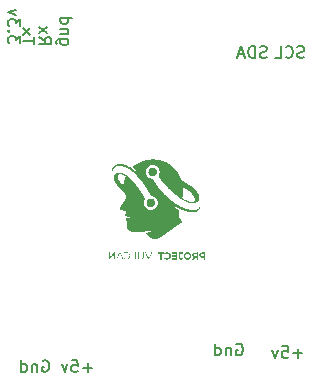
<source format=gbr>
%TF.GenerationSoftware,KiCad,Pcbnew,8.0.4-8.0.4-0~ubuntu22.04.1*%
%TF.CreationDate,2024-08-07T00:11:23+05:30*%
%TF.ProjectId,esp32Shield,65737033-3253-4686-9965-6c642e6b6963,rev?*%
%TF.SameCoordinates,Original*%
%TF.FileFunction,Legend,Bot*%
%TF.FilePolarity,Positive*%
%FSLAX46Y46*%
G04 Gerber Fmt 4.6, Leading zero omitted, Abs format (unit mm)*
G04 Created by KiCad (PCBNEW 8.0.4-8.0.4-0~ubuntu22.04.1) date 2024-08-07 00:11:23*
%MOMM*%
%LPD*%
G01*
G04 APERTURE LIST*
%ADD10C,0.150000*%
%ADD11C,0.000000*%
G04 APERTURE END LIST*
D10*
X171038094Y-92073866D02*
X170276190Y-92073866D01*
X170657142Y-92454819D02*
X170657142Y-91692914D01*
X169323809Y-91454819D02*
X169799999Y-91454819D01*
X169799999Y-91454819D02*
X169847618Y-91931009D01*
X169847618Y-91931009D02*
X169799999Y-91883390D01*
X169799999Y-91883390D02*
X169704761Y-91835771D01*
X169704761Y-91835771D02*
X169466666Y-91835771D01*
X169466666Y-91835771D02*
X169371428Y-91883390D01*
X169371428Y-91883390D02*
X169323809Y-91931009D01*
X169323809Y-91931009D02*
X169276190Y-92026247D01*
X169276190Y-92026247D02*
X169276190Y-92264342D01*
X169276190Y-92264342D02*
X169323809Y-92359580D01*
X169323809Y-92359580D02*
X169371428Y-92407200D01*
X169371428Y-92407200D02*
X169466666Y-92454819D01*
X169466666Y-92454819D02*
X169704761Y-92454819D01*
X169704761Y-92454819D02*
X169799999Y-92407200D01*
X169799999Y-92407200D02*
X169847618Y-92359580D01*
X168942856Y-91788152D02*
X168704761Y-92454819D01*
X168704761Y-92454819D02*
X168466666Y-91788152D01*
X151211847Y-65490476D02*
X150402323Y-65490476D01*
X150402323Y-65490476D02*
X150307085Y-65538095D01*
X150307085Y-65538095D02*
X150259466Y-65585714D01*
X150259466Y-65585714D02*
X150211847Y-65680952D01*
X150211847Y-65680952D02*
X150211847Y-65823809D01*
X150211847Y-65823809D02*
X150259466Y-65919047D01*
X150592800Y-65490476D02*
X150545180Y-65585714D01*
X150545180Y-65585714D02*
X150545180Y-65776190D01*
X150545180Y-65776190D02*
X150592800Y-65871428D01*
X150592800Y-65871428D02*
X150640419Y-65919047D01*
X150640419Y-65919047D02*
X150735657Y-65966666D01*
X150735657Y-65966666D02*
X151021371Y-65966666D01*
X151021371Y-65966666D02*
X151116609Y-65919047D01*
X151116609Y-65919047D02*
X151164228Y-65871428D01*
X151164228Y-65871428D02*
X151211847Y-65776190D01*
X151211847Y-65776190D02*
X151211847Y-65585714D01*
X151211847Y-65585714D02*
X151164228Y-65490476D01*
X151211847Y-65014285D02*
X150545180Y-65014285D01*
X151116609Y-65014285D02*
X151164228Y-64966666D01*
X151164228Y-64966666D02*
X151211847Y-64871428D01*
X151211847Y-64871428D02*
X151211847Y-64728571D01*
X151211847Y-64728571D02*
X151164228Y-64633333D01*
X151164228Y-64633333D02*
X151068990Y-64585714D01*
X151068990Y-64585714D02*
X150545180Y-64585714D01*
X150545180Y-63680952D02*
X151545180Y-63680952D01*
X150592800Y-63680952D02*
X150545180Y-63776190D01*
X150545180Y-63776190D02*
X150545180Y-63966666D01*
X150545180Y-63966666D02*
X150592800Y-64061904D01*
X150592800Y-64061904D02*
X150640419Y-64109523D01*
X150640419Y-64109523D02*
X150735657Y-64157142D01*
X150735657Y-64157142D02*
X151021371Y-64157142D01*
X151021371Y-64157142D02*
X151116609Y-64109523D01*
X151116609Y-64109523D02*
X151164228Y-64061904D01*
X151164228Y-64061904D02*
X151211847Y-63966666D01*
X151211847Y-63966666D02*
X151211847Y-63776190D01*
X151211847Y-63776190D02*
X151164228Y-63680952D01*
X148745180Y-65295238D02*
X149221371Y-65628571D01*
X148745180Y-65866666D02*
X149745180Y-65866666D01*
X149745180Y-65866666D02*
X149745180Y-65485714D01*
X149745180Y-65485714D02*
X149697561Y-65390476D01*
X149697561Y-65390476D02*
X149649942Y-65342857D01*
X149649942Y-65342857D02*
X149554704Y-65295238D01*
X149554704Y-65295238D02*
X149411847Y-65295238D01*
X149411847Y-65295238D02*
X149316609Y-65342857D01*
X149316609Y-65342857D02*
X149268990Y-65390476D01*
X149268990Y-65390476D02*
X149221371Y-65485714D01*
X149221371Y-65485714D02*
X149221371Y-65866666D01*
X148745180Y-64961904D02*
X149411847Y-64438095D01*
X149411847Y-64961904D02*
X148745180Y-64438095D01*
X147145180Y-65828570D02*
X147145180Y-65209523D01*
X147145180Y-65209523D02*
X146764228Y-65542856D01*
X146764228Y-65542856D02*
X146764228Y-65399999D01*
X146764228Y-65399999D02*
X146716609Y-65304761D01*
X146716609Y-65304761D02*
X146668990Y-65257142D01*
X146668990Y-65257142D02*
X146573752Y-65209523D01*
X146573752Y-65209523D02*
X146335657Y-65209523D01*
X146335657Y-65209523D02*
X146240419Y-65257142D01*
X146240419Y-65257142D02*
X146192800Y-65304761D01*
X146192800Y-65304761D02*
X146145180Y-65399999D01*
X146145180Y-65399999D02*
X146145180Y-65685713D01*
X146145180Y-65685713D02*
X146192800Y-65780951D01*
X146192800Y-65780951D02*
X146240419Y-65828570D01*
X146240419Y-64780951D02*
X146192800Y-64733332D01*
X146192800Y-64733332D02*
X146145180Y-64780951D01*
X146145180Y-64780951D02*
X146192800Y-64828570D01*
X146192800Y-64828570D02*
X146240419Y-64780951D01*
X146240419Y-64780951D02*
X146145180Y-64780951D01*
X147145180Y-64399999D02*
X147145180Y-63780952D01*
X147145180Y-63780952D02*
X146764228Y-64114285D01*
X146764228Y-64114285D02*
X146764228Y-63971428D01*
X146764228Y-63971428D02*
X146716609Y-63876190D01*
X146716609Y-63876190D02*
X146668990Y-63828571D01*
X146668990Y-63828571D02*
X146573752Y-63780952D01*
X146573752Y-63780952D02*
X146335657Y-63780952D01*
X146335657Y-63780952D02*
X146240419Y-63828571D01*
X146240419Y-63828571D02*
X146192800Y-63876190D01*
X146192800Y-63876190D02*
X146145180Y-63971428D01*
X146145180Y-63971428D02*
X146145180Y-64257142D01*
X146145180Y-64257142D02*
X146192800Y-64352380D01*
X146192800Y-64352380D02*
X146240419Y-64399999D01*
X146811847Y-63447618D02*
X146145180Y-63209523D01*
X146145180Y-63209523D02*
X146811847Y-62971428D01*
X153238094Y-93273866D02*
X152476190Y-93273866D01*
X152857142Y-93654819D02*
X152857142Y-92892914D01*
X151523809Y-92654819D02*
X151999999Y-92654819D01*
X151999999Y-92654819D02*
X152047618Y-93131009D01*
X152047618Y-93131009D02*
X151999999Y-93083390D01*
X151999999Y-93083390D02*
X151904761Y-93035771D01*
X151904761Y-93035771D02*
X151666666Y-93035771D01*
X151666666Y-93035771D02*
X151571428Y-93083390D01*
X151571428Y-93083390D02*
X151523809Y-93131009D01*
X151523809Y-93131009D02*
X151476190Y-93226247D01*
X151476190Y-93226247D02*
X151476190Y-93464342D01*
X151476190Y-93464342D02*
X151523809Y-93559580D01*
X151523809Y-93559580D02*
X151571428Y-93607200D01*
X151571428Y-93607200D02*
X151666666Y-93654819D01*
X151666666Y-93654819D02*
X151904761Y-93654819D01*
X151904761Y-93654819D02*
X151999999Y-93607200D01*
X151999999Y-93607200D02*
X152047618Y-93559580D01*
X151142856Y-92988152D02*
X150904761Y-93654819D01*
X150904761Y-93654819D02*
X150666666Y-92988152D01*
X168014285Y-67007200D02*
X167871428Y-67054819D01*
X167871428Y-67054819D02*
X167633333Y-67054819D01*
X167633333Y-67054819D02*
X167538095Y-67007200D01*
X167538095Y-67007200D02*
X167490476Y-66959580D01*
X167490476Y-66959580D02*
X167442857Y-66864342D01*
X167442857Y-66864342D02*
X167442857Y-66769104D01*
X167442857Y-66769104D02*
X167490476Y-66673866D01*
X167490476Y-66673866D02*
X167538095Y-66626247D01*
X167538095Y-66626247D02*
X167633333Y-66578628D01*
X167633333Y-66578628D02*
X167823809Y-66531009D01*
X167823809Y-66531009D02*
X167919047Y-66483390D01*
X167919047Y-66483390D02*
X167966666Y-66435771D01*
X167966666Y-66435771D02*
X168014285Y-66340533D01*
X168014285Y-66340533D02*
X168014285Y-66245295D01*
X168014285Y-66245295D02*
X167966666Y-66150057D01*
X167966666Y-66150057D02*
X167919047Y-66102438D01*
X167919047Y-66102438D02*
X167823809Y-66054819D01*
X167823809Y-66054819D02*
X167585714Y-66054819D01*
X167585714Y-66054819D02*
X167442857Y-66102438D01*
X167014285Y-67054819D02*
X167014285Y-66054819D01*
X167014285Y-66054819D02*
X166776190Y-66054819D01*
X166776190Y-66054819D02*
X166633333Y-66102438D01*
X166633333Y-66102438D02*
X166538095Y-66197676D01*
X166538095Y-66197676D02*
X166490476Y-66292914D01*
X166490476Y-66292914D02*
X166442857Y-66483390D01*
X166442857Y-66483390D02*
X166442857Y-66626247D01*
X166442857Y-66626247D02*
X166490476Y-66816723D01*
X166490476Y-66816723D02*
X166538095Y-66911961D01*
X166538095Y-66911961D02*
X166633333Y-67007200D01*
X166633333Y-67007200D02*
X166776190Y-67054819D01*
X166776190Y-67054819D02*
X167014285Y-67054819D01*
X166061904Y-66769104D02*
X165585714Y-66769104D01*
X166157142Y-67054819D02*
X165823809Y-66054819D01*
X165823809Y-66054819D02*
X165490476Y-67054819D01*
X148345180Y-65890475D02*
X148345180Y-65319047D01*
X147345180Y-65604761D02*
X148345180Y-65604761D01*
X147345180Y-65080951D02*
X148011847Y-64557142D01*
X148011847Y-65080951D02*
X147345180Y-64557142D01*
X165442857Y-91302438D02*
X165538095Y-91254819D01*
X165538095Y-91254819D02*
X165680952Y-91254819D01*
X165680952Y-91254819D02*
X165823809Y-91302438D01*
X165823809Y-91302438D02*
X165919047Y-91397676D01*
X165919047Y-91397676D02*
X165966666Y-91492914D01*
X165966666Y-91492914D02*
X166014285Y-91683390D01*
X166014285Y-91683390D02*
X166014285Y-91826247D01*
X166014285Y-91826247D02*
X165966666Y-92016723D01*
X165966666Y-92016723D02*
X165919047Y-92111961D01*
X165919047Y-92111961D02*
X165823809Y-92207200D01*
X165823809Y-92207200D02*
X165680952Y-92254819D01*
X165680952Y-92254819D02*
X165585714Y-92254819D01*
X165585714Y-92254819D02*
X165442857Y-92207200D01*
X165442857Y-92207200D02*
X165395238Y-92159580D01*
X165395238Y-92159580D02*
X165395238Y-91826247D01*
X165395238Y-91826247D02*
X165585714Y-91826247D01*
X164966666Y-91588152D02*
X164966666Y-92254819D01*
X164966666Y-91683390D02*
X164919047Y-91635771D01*
X164919047Y-91635771D02*
X164823809Y-91588152D01*
X164823809Y-91588152D02*
X164680952Y-91588152D01*
X164680952Y-91588152D02*
X164585714Y-91635771D01*
X164585714Y-91635771D02*
X164538095Y-91731009D01*
X164538095Y-91731009D02*
X164538095Y-92254819D01*
X163633333Y-92254819D02*
X163633333Y-91254819D01*
X163633333Y-92207200D02*
X163728571Y-92254819D01*
X163728571Y-92254819D02*
X163919047Y-92254819D01*
X163919047Y-92254819D02*
X164014285Y-92207200D01*
X164014285Y-92207200D02*
X164061904Y-92159580D01*
X164061904Y-92159580D02*
X164109523Y-92064342D01*
X164109523Y-92064342D02*
X164109523Y-91778628D01*
X164109523Y-91778628D02*
X164061904Y-91683390D01*
X164061904Y-91683390D02*
X164014285Y-91635771D01*
X164014285Y-91635771D02*
X163919047Y-91588152D01*
X163919047Y-91588152D02*
X163728571Y-91588152D01*
X163728571Y-91588152D02*
X163633333Y-91635771D01*
X171190475Y-67007200D02*
X171047618Y-67054819D01*
X171047618Y-67054819D02*
X170809523Y-67054819D01*
X170809523Y-67054819D02*
X170714285Y-67007200D01*
X170714285Y-67007200D02*
X170666666Y-66959580D01*
X170666666Y-66959580D02*
X170619047Y-66864342D01*
X170619047Y-66864342D02*
X170619047Y-66769104D01*
X170619047Y-66769104D02*
X170666666Y-66673866D01*
X170666666Y-66673866D02*
X170714285Y-66626247D01*
X170714285Y-66626247D02*
X170809523Y-66578628D01*
X170809523Y-66578628D02*
X170999999Y-66531009D01*
X170999999Y-66531009D02*
X171095237Y-66483390D01*
X171095237Y-66483390D02*
X171142856Y-66435771D01*
X171142856Y-66435771D02*
X171190475Y-66340533D01*
X171190475Y-66340533D02*
X171190475Y-66245295D01*
X171190475Y-66245295D02*
X171142856Y-66150057D01*
X171142856Y-66150057D02*
X171095237Y-66102438D01*
X171095237Y-66102438D02*
X170999999Y-66054819D01*
X170999999Y-66054819D02*
X170761904Y-66054819D01*
X170761904Y-66054819D02*
X170619047Y-66102438D01*
X169619047Y-66959580D02*
X169666666Y-67007200D01*
X169666666Y-67007200D02*
X169809523Y-67054819D01*
X169809523Y-67054819D02*
X169904761Y-67054819D01*
X169904761Y-67054819D02*
X170047618Y-67007200D01*
X170047618Y-67007200D02*
X170142856Y-66911961D01*
X170142856Y-66911961D02*
X170190475Y-66816723D01*
X170190475Y-66816723D02*
X170238094Y-66626247D01*
X170238094Y-66626247D02*
X170238094Y-66483390D01*
X170238094Y-66483390D02*
X170190475Y-66292914D01*
X170190475Y-66292914D02*
X170142856Y-66197676D01*
X170142856Y-66197676D02*
X170047618Y-66102438D01*
X170047618Y-66102438D02*
X169904761Y-66054819D01*
X169904761Y-66054819D02*
X169809523Y-66054819D01*
X169809523Y-66054819D02*
X169666666Y-66102438D01*
X169666666Y-66102438D02*
X169619047Y-66150057D01*
X168714285Y-67054819D02*
X169190475Y-67054819D01*
X169190475Y-67054819D02*
X169190475Y-66054819D01*
X149042857Y-92702438D02*
X149138095Y-92654819D01*
X149138095Y-92654819D02*
X149280952Y-92654819D01*
X149280952Y-92654819D02*
X149423809Y-92702438D01*
X149423809Y-92702438D02*
X149519047Y-92797676D01*
X149519047Y-92797676D02*
X149566666Y-92892914D01*
X149566666Y-92892914D02*
X149614285Y-93083390D01*
X149614285Y-93083390D02*
X149614285Y-93226247D01*
X149614285Y-93226247D02*
X149566666Y-93416723D01*
X149566666Y-93416723D02*
X149519047Y-93511961D01*
X149519047Y-93511961D02*
X149423809Y-93607200D01*
X149423809Y-93607200D02*
X149280952Y-93654819D01*
X149280952Y-93654819D02*
X149185714Y-93654819D01*
X149185714Y-93654819D02*
X149042857Y-93607200D01*
X149042857Y-93607200D02*
X148995238Y-93559580D01*
X148995238Y-93559580D02*
X148995238Y-93226247D01*
X148995238Y-93226247D02*
X149185714Y-93226247D01*
X148566666Y-92988152D02*
X148566666Y-93654819D01*
X148566666Y-93083390D02*
X148519047Y-93035771D01*
X148519047Y-93035771D02*
X148423809Y-92988152D01*
X148423809Y-92988152D02*
X148280952Y-92988152D01*
X148280952Y-92988152D02*
X148185714Y-93035771D01*
X148185714Y-93035771D02*
X148138095Y-93131009D01*
X148138095Y-93131009D02*
X148138095Y-93654819D01*
X147233333Y-93654819D02*
X147233333Y-92654819D01*
X147233333Y-93607200D02*
X147328571Y-93654819D01*
X147328571Y-93654819D02*
X147519047Y-93654819D01*
X147519047Y-93654819D02*
X147614285Y-93607200D01*
X147614285Y-93607200D02*
X147661904Y-93559580D01*
X147661904Y-93559580D02*
X147709523Y-93464342D01*
X147709523Y-93464342D02*
X147709523Y-93178628D01*
X147709523Y-93178628D02*
X147661904Y-93083390D01*
X147661904Y-93083390D02*
X147614285Y-93035771D01*
X147614285Y-93035771D02*
X147519047Y-92988152D01*
X147519047Y-92988152D02*
X147328571Y-92988152D01*
X147328571Y-92988152D02*
X147233333Y-93035771D01*
D11*
%TO.C,G\u002A\u002A\u002A*%
G36*
X156906083Y-83493484D02*
G01*
X156916426Y-83494645D01*
X156916426Y-83805657D01*
X156916422Y-83826891D01*
X156916388Y-83870021D01*
X156916321Y-83911128D01*
X156916223Y-83949780D01*
X156916098Y-83985541D01*
X156915947Y-84017976D01*
X156915774Y-84046653D01*
X156915580Y-84071136D01*
X156915368Y-84090991D01*
X156915141Y-84105783D01*
X156914901Y-84115080D01*
X156914650Y-84118445D01*
X156913070Y-84118622D01*
X156905814Y-84118834D01*
X156893268Y-84118989D01*
X156876075Y-84119088D01*
X156854878Y-84119137D01*
X156830323Y-84119138D01*
X156803051Y-84119094D01*
X156773707Y-84119010D01*
X156742935Y-84118890D01*
X156711379Y-84118735D01*
X156679682Y-84118551D01*
X156648488Y-84118340D01*
X156618441Y-84118107D01*
X156590185Y-84117854D01*
X156564363Y-84117586D01*
X156541619Y-84117305D01*
X156522597Y-84117016D01*
X156507940Y-84116721D01*
X156498293Y-84116425D01*
X156494299Y-84116131D01*
X156493231Y-84114938D01*
X156491832Y-84109003D01*
X156491238Y-84100091D01*
X156491451Y-84090386D01*
X156492470Y-84082070D01*
X156494296Y-84077326D01*
X156496322Y-84076963D01*
X156504189Y-84076445D01*
X156517422Y-84075913D01*
X156535445Y-84075382D01*
X156557679Y-84074862D01*
X156583549Y-84074369D01*
X156612477Y-84073914D01*
X156643887Y-84073512D01*
X156677202Y-84073174D01*
X156857549Y-84071583D01*
X156858361Y-83783059D01*
X156859174Y-83494536D01*
X156877457Y-83493429D01*
X156884829Y-83493107D01*
X156896934Y-83493022D01*
X156906083Y-83493484D01*
G37*
G36*
X158423436Y-76347546D02*
G01*
X158462229Y-76353817D01*
X158498707Y-76363263D01*
X158531443Y-76375792D01*
X158566781Y-76394679D01*
X158603096Y-76419879D01*
X158636187Y-76449059D01*
X158665284Y-76481450D01*
X158689620Y-76516284D01*
X158708424Y-76552791D01*
X158719242Y-76581473D01*
X158728759Y-76617204D01*
X158734285Y-76654640D01*
X158735984Y-76694987D01*
X158734024Y-76739449D01*
X158732435Y-76756966D01*
X158727799Y-76791180D01*
X158721056Y-76821475D01*
X158711623Y-76849417D01*
X158698918Y-76876573D01*
X158682358Y-76904508D01*
X158661361Y-76934790D01*
X158653008Y-76945538D01*
X158626390Y-76973621D01*
X158595112Y-76999319D01*
X158560278Y-77022037D01*
X158522991Y-77041184D01*
X158484356Y-77056165D01*
X158445476Y-77066387D01*
X158407455Y-77071258D01*
X158389391Y-77072126D01*
X158365239Y-77072742D01*
X158344883Y-77072302D01*
X158326781Y-77070642D01*
X158309394Y-77067599D01*
X158291182Y-77063009D01*
X158270605Y-77056707D01*
X158243037Y-77047223D01*
X158214517Y-77035623D01*
X158189602Y-77022977D01*
X158166796Y-77008418D01*
X158144606Y-76991077D01*
X158121537Y-76970085D01*
X158107146Y-76955180D01*
X158083630Y-76926418D01*
X158061796Y-76894431D01*
X158042930Y-76861172D01*
X158028320Y-76828595D01*
X158028059Y-76827907D01*
X158019860Y-76799809D01*
X158014451Y-76767470D01*
X158011827Y-76732332D01*
X158011985Y-76695833D01*
X158014918Y-76659413D01*
X158020623Y-76624512D01*
X158029095Y-76592570D01*
X158032906Y-76581557D01*
X158052073Y-76537907D01*
X158076449Y-76497667D01*
X158105715Y-76461153D01*
X158139553Y-76428680D01*
X158177645Y-76400562D01*
X158219672Y-76377115D01*
X158265317Y-76358655D01*
X158273662Y-76356053D01*
X158307441Y-76348704D01*
X158344614Y-76344898D01*
X158383755Y-76344542D01*
X158423436Y-76347546D01*
G37*
G36*
X160921676Y-83594199D02*
G01*
X160921676Y-83651485D01*
X160816652Y-83652163D01*
X160711627Y-83652841D01*
X160711737Y-83803493D01*
X160711846Y-83954146D01*
X160722379Y-83975327D01*
X160731044Y-83991315D01*
X160739830Y-84003264D01*
X160749715Y-84011272D01*
X160761996Y-84016078D01*
X160777971Y-84018425D01*
X160798938Y-84019053D01*
X160799043Y-84019053D01*
X160816554Y-84018301D01*
X160830923Y-84015532D01*
X160843915Y-84009995D01*
X160857294Y-84000940D01*
X160872823Y-83987616D01*
X160873530Y-83986971D01*
X160886692Y-83975345D01*
X160896365Y-83967855D01*
X160903393Y-83964035D01*
X160908622Y-83963419D01*
X160912898Y-83965542D01*
X160918337Y-83970833D01*
X160926405Y-83979977D01*
X160935985Y-83991657D01*
X160946280Y-84004811D01*
X160956491Y-84018379D01*
X160965822Y-84031298D01*
X160973474Y-84042508D01*
X160978651Y-84050948D01*
X160980553Y-84055557D01*
X160979328Y-84060321D01*
X160974230Y-84067512D01*
X160964779Y-84076540D01*
X160950557Y-84087793D01*
X160931145Y-84101665D01*
X160930417Y-84102166D01*
X160907205Y-84116191D01*
X160882644Y-84126982D01*
X160855120Y-84135130D01*
X160823017Y-84141226D01*
X160816901Y-84141669D01*
X160805628Y-84141891D01*
X160791196Y-84141831D01*
X160775278Y-84141479D01*
X160758730Y-84140645D01*
X160723116Y-84136178D01*
X160691894Y-84128026D01*
X160664360Y-84115973D01*
X160639808Y-84099801D01*
X160632143Y-84093519D01*
X160613383Y-84074933D01*
X160598637Y-84054351D01*
X160587015Y-84030366D01*
X160577624Y-84001567D01*
X160577086Y-83999526D01*
X160575984Y-83994802D01*
X160575040Y-83989555D01*
X160574241Y-83983299D01*
X160573575Y-83975547D01*
X160573031Y-83965811D01*
X160572596Y-83953605D01*
X160572258Y-83938442D01*
X160572005Y-83919835D01*
X160571825Y-83897297D01*
X160571706Y-83870341D01*
X160571636Y-83838482D01*
X160571603Y-83801230D01*
X160571595Y-83758101D01*
X160571595Y-83536913D01*
X160746635Y-83536913D01*
X160921676Y-83536913D01*
X160921676Y-83594199D01*
G37*
G36*
X160442701Y-83833952D02*
G01*
X160442700Y-83844834D01*
X160442680Y-83887452D01*
X160442633Y-83928130D01*
X160442563Y-83966426D01*
X160442471Y-84001896D01*
X160442359Y-84034098D01*
X160442229Y-84062590D01*
X160442083Y-84086929D01*
X160441922Y-84106673D01*
X160441750Y-84121379D01*
X160441567Y-84130605D01*
X160441377Y-84133908D01*
X160440042Y-84134061D01*
X160433101Y-84134271D01*
X160420787Y-84134433D01*
X160403716Y-84134551D01*
X160382504Y-84134627D01*
X160357765Y-84134663D01*
X160330114Y-84134661D01*
X160300169Y-84134625D01*
X160268543Y-84134556D01*
X160235852Y-84134457D01*
X160202711Y-84134330D01*
X160169736Y-84134179D01*
X160137542Y-84134004D01*
X160106745Y-84133810D01*
X160077959Y-84133597D01*
X160051801Y-84133369D01*
X160028885Y-84133128D01*
X160009826Y-84132877D01*
X159995241Y-84132618D01*
X159985745Y-84132353D01*
X159981952Y-84132085D01*
X159981392Y-84131720D01*
X159980043Y-84128649D01*
X159979145Y-84122054D01*
X159978660Y-84111227D01*
X159978547Y-84095459D01*
X159978769Y-84074041D01*
X159979639Y-84017479D01*
X160141221Y-84016655D01*
X160302803Y-84015830D01*
X160301940Y-83953688D01*
X160301077Y-83891546D01*
X160164458Y-83890031D01*
X160146730Y-83889828D01*
X160119055Y-83889481D01*
X160093811Y-83889129D01*
X160071654Y-83888784D01*
X160053240Y-83888456D01*
X160039224Y-83888156D01*
X160030262Y-83887897D01*
X160027009Y-83887688D01*
X160026754Y-83885257D01*
X160026430Y-83877375D01*
X160026104Y-83865050D01*
X160025804Y-83849323D01*
X160025557Y-83831232D01*
X160024933Y-83775605D01*
X160163005Y-83774014D01*
X160301077Y-83772422D01*
X160301943Y-83712749D01*
X160302809Y-83653076D01*
X160147255Y-83653076D01*
X159991700Y-83653076D01*
X159989982Y-83596586D01*
X159989554Y-83580436D01*
X159989262Y-83563951D01*
X159989187Y-83550623D01*
X159989335Y-83541519D01*
X159989709Y-83537709D01*
X159991791Y-83537400D01*
X159999739Y-83537021D01*
X160013144Y-83536666D01*
X160031496Y-83536342D01*
X160054285Y-83536053D01*
X160081001Y-83535804D01*
X160111133Y-83535601D01*
X160144172Y-83535449D01*
X160179607Y-83535355D01*
X160216927Y-83535322D01*
X160442701Y-83535322D01*
X160442701Y-83833952D01*
G37*
G36*
X158230173Y-78968466D02*
G01*
X158272725Y-78973025D01*
X158289574Y-78976451D01*
X158313770Y-78983433D01*
X158339739Y-78992723D01*
X158365577Y-79003568D01*
X158389380Y-79015216D01*
X158409243Y-79026917D01*
X158421683Y-79035841D01*
X158435998Y-79047147D01*
X158451010Y-79059790D01*
X158465561Y-79072740D01*
X158478492Y-79084966D01*
X158488645Y-79095437D01*
X158494862Y-79103122D01*
X158499300Y-79109662D01*
X158506591Y-79119936D01*
X158514455Y-79130661D01*
X158517931Y-79135497D01*
X158531459Y-79157587D01*
X158544291Y-79183335D01*
X158555440Y-79210609D01*
X158563915Y-79237276D01*
X158566622Y-79247851D01*
X158568864Y-79258106D01*
X158570446Y-79268172D01*
X158571487Y-79279358D01*
X158572103Y-79292977D01*
X158572415Y-79310338D01*
X158572540Y-79332753D01*
X158572541Y-79333171D01*
X158572543Y-79355419D01*
X158572332Y-79372676D01*
X158571790Y-79386294D01*
X158570800Y-79397625D01*
X158569244Y-79408021D01*
X158567004Y-79418833D01*
X158563964Y-79431413D01*
X158561931Y-79439200D01*
X158553159Y-79466673D01*
X158541825Y-79493360D01*
X158527168Y-79520900D01*
X158508427Y-79550930D01*
X158508204Y-79551267D01*
X158489739Y-79576358D01*
X158468611Y-79600440D01*
X158446407Y-79621847D01*
X158424712Y-79638911D01*
X158404364Y-79651183D01*
X158378431Y-79663960D01*
X158349279Y-79676142D01*
X158318505Y-79687160D01*
X158287705Y-79696443D01*
X158258476Y-79703422D01*
X158232414Y-79707528D01*
X158220362Y-79707808D01*
X158203567Y-79706810D01*
X158183913Y-79704723D01*
X158163081Y-79701757D01*
X158142750Y-79698123D01*
X158124602Y-79694031D01*
X158122301Y-79693415D01*
X158104350Y-79687563D01*
X158083107Y-79679249D01*
X158060381Y-79669298D01*
X158037983Y-79658536D01*
X158017722Y-79647786D01*
X158001408Y-79637876D01*
X157982444Y-79624329D01*
X157956275Y-79601992D01*
X157933168Y-79577011D01*
X157912026Y-79548146D01*
X157891751Y-79514159D01*
X157884687Y-79501116D01*
X157877201Y-79486620D01*
X157871572Y-79474357D01*
X157867026Y-79462433D01*
X157862785Y-79448957D01*
X157858073Y-79432036D01*
X157850745Y-79397863D01*
X157846210Y-79353047D01*
X157846870Y-79307626D01*
X157852686Y-79263080D01*
X157863621Y-79220890D01*
X157865911Y-79214134D01*
X157873852Y-79193000D01*
X157882544Y-79174025D01*
X157893129Y-79154888D01*
X157906749Y-79133269D01*
X157925172Y-79107429D01*
X157950180Y-79078734D01*
X157978098Y-79053548D01*
X158009776Y-79031211D01*
X158046063Y-79011062D01*
X158087806Y-78992442D01*
X158116662Y-78982056D01*
X158153544Y-78972835D01*
X158190913Y-78968354D01*
X158230173Y-78968466D01*
G37*
G36*
X162835985Y-83836445D02*
G01*
X162835985Y-84137568D01*
X162828824Y-84135649D01*
X162828144Y-84135511D01*
X162821577Y-84134942D01*
X162809966Y-84134446D01*
X162794387Y-84134052D01*
X162775915Y-84133789D01*
X162755625Y-84133686D01*
X162689587Y-84133643D01*
X162689587Y-84049305D01*
X162689587Y-83964967D01*
X162598089Y-83964948D01*
X162580176Y-83964926D01*
X162556447Y-83964806D01*
X162537890Y-83964546D01*
X162523771Y-83964111D01*
X162513360Y-83963464D01*
X162505922Y-83962568D01*
X162500728Y-83961386D01*
X162497043Y-83959882D01*
X162490319Y-83956841D01*
X162479103Y-83952558D01*
X162466808Y-83948445D01*
X162465205Y-83947944D01*
X162430441Y-83934082D01*
X162399378Y-83915781D01*
X162372826Y-83893516D01*
X162369918Y-83890554D01*
X162353927Y-83872009D01*
X162340869Y-83852067D01*
X162329790Y-83829072D01*
X162319737Y-83801368D01*
X162319393Y-83800300D01*
X162313408Y-83780513D01*
X162309796Y-83764580D01*
X162309434Y-83760548D01*
X162464485Y-83760548D01*
X162466547Y-83775886D01*
X162466704Y-83776497D01*
X162471770Y-83790158D01*
X162479160Y-83803370D01*
X162487623Y-83814215D01*
X162495903Y-83820777D01*
X162503959Y-83824665D01*
X162518153Y-83831157D01*
X162530180Y-83835784D01*
X162541747Y-83838962D01*
X162554560Y-83841111D01*
X162570323Y-83842646D01*
X162590742Y-83843986D01*
X162596989Y-83844354D01*
X162616768Y-83845504D01*
X162635965Y-83846597D01*
X162652659Y-83847525D01*
X162664923Y-83848179D01*
X162689587Y-83849439D01*
X162689587Y-83751258D01*
X162689587Y-83653076D01*
X162618315Y-83653076D01*
X162615684Y-83653077D01*
X162592409Y-83653146D01*
X162574342Y-83653385D01*
X162560427Y-83653871D01*
X162549611Y-83654680D01*
X162540841Y-83655887D01*
X162533064Y-83657570D01*
X162525225Y-83659804D01*
X162506631Y-83667859D01*
X162490257Y-83679513D01*
X162477664Y-83693533D01*
X162470146Y-83708771D01*
X162466947Y-83722699D01*
X162464666Y-83741941D01*
X162464485Y-83760548D01*
X162309434Y-83760548D01*
X162308537Y-83750548D01*
X162309610Y-83736465D01*
X162312995Y-83720378D01*
X162318670Y-83700338D01*
X162325607Y-83678750D01*
X162333736Y-83657923D01*
X162342614Y-83640519D01*
X162353056Y-83624973D01*
X162365879Y-83609720D01*
X162378235Y-83597256D01*
X162406951Y-83574892D01*
X162439442Y-83557629D01*
X162475651Y-83545494D01*
X162515518Y-83538515D01*
X162521237Y-83538071D01*
X162534443Y-83537454D01*
X162552653Y-83536890D01*
X162575054Y-83536393D01*
X162600839Y-83535979D01*
X162629195Y-83535662D01*
X162659313Y-83535457D01*
X162690383Y-83535377D01*
X162835985Y-83535322D01*
X162835985Y-83751258D01*
X162835985Y-83836445D01*
G37*
G36*
X157594006Y-83488702D02*
G01*
X157609317Y-83491119D01*
X157629617Y-83494654D01*
X157628535Y-83701963D01*
X157627452Y-83909272D01*
X157616968Y-83944281D01*
X157613612Y-83955093D01*
X157600852Y-83989706D01*
X157586479Y-84018864D01*
X157570084Y-84043201D01*
X157551256Y-84063354D01*
X157529587Y-84079959D01*
X157528466Y-84080677D01*
X157510238Y-84090797D01*
X157488923Y-84100373D01*
X157466598Y-84108630D01*
X157445340Y-84114795D01*
X157427227Y-84118094D01*
X157422904Y-84118445D01*
X157409473Y-84119043D01*
X157392233Y-84119367D01*
X157372946Y-84119391D01*
X157353373Y-84119093D01*
X157349685Y-84119001D01*
X157330591Y-84118411D01*
X157316119Y-84117620D01*
X157304775Y-84116426D01*
X157295063Y-84114625D01*
X157285486Y-84112014D01*
X157274550Y-84108391D01*
X157248901Y-84098484D01*
X157222183Y-84084936D01*
X157199662Y-84069077D01*
X157180168Y-84050058D01*
X157162530Y-84027027D01*
X157152967Y-84012202D01*
X157141359Y-83991018D01*
X157132237Y-83969111D01*
X157124308Y-83943660D01*
X157115706Y-83912455D01*
X157114487Y-83703599D01*
X157113267Y-83494743D01*
X157127525Y-83492605D01*
X157128953Y-83492408D01*
X157140408Y-83491724D01*
X157152597Y-83492191D01*
X157163748Y-83493595D01*
X157172087Y-83495727D01*
X157175841Y-83498373D01*
X157175896Y-83498790D01*
X157176126Y-83504179D01*
X157176395Y-83515236D01*
X157176698Y-83531418D01*
X157177025Y-83552178D01*
X157177369Y-83576972D01*
X157177723Y-83605255D01*
X157178079Y-83636482D01*
X157178429Y-83670108D01*
X157178765Y-83705589D01*
X157178835Y-83713091D01*
X157179221Y-83748800D01*
X157179677Y-83782906D01*
X157180189Y-83814815D01*
X157180744Y-83843930D01*
X157181328Y-83869658D01*
X157181929Y-83891401D01*
X157182533Y-83908566D01*
X157183127Y-83920556D01*
X157183697Y-83926777D01*
X157186048Y-83936396D01*
X157192203Y-83953595D01*
X157200694Y-83972432D01*
X157210582Y-83990881D01*
X157220924Y-84006916D01*
X157231094Y-84018713D01*
X157250358Y-84034572D01*
X157273714Y-84048351D01*
X157299885Y-84059530D01*
X157327591Y-84067592D01*
X157355553Y-84072020D01*
X157382490Y-84072295D01*
X157384447Y-84072138D01*
X157418126Y-84066772D01*
X157451062Y-84056779D01*
X157481590Y-84042782D01*
X157508047Y-84025401D01*
X157519234Y-84015654D01*
X157528654Y-84005071D01*
X157536842Y-83992622D01*
X157544418Y-83977214D01*
X157551999Y-83957752D01*
X157560204Y-83933142D01*
X157560642Y-83931739D01*
X157561894Y-83927359D01*
X157562972Y-83922626D01*
X157563894Y-83917039D01*
X157564679Y-83910098D01*
X157565346Y-83901301D01*
X157565911Y-83890148D01*
X157566395Y-83876136D01*
X157566814Y-83858766D01*
X157567189Y-83837536D01*
X157567536Y-83811945D01*
X157567874Y-83781492D01*
X157568222Y-83745677D01*
X157568598Y-83703997D01*
X157568727Y-83690038D01*
X157569105Y-83654763D01*
X157569534Y-83621534D01*
X157570003Y-83590891D01*
X157570500Y-83563373D01*
X157571014Y-83539520D01*
X157571533Y-83519873D01*
X157572048Y-83504971D01*
X157572546Y-83495354D01*
X157573017Y-83491562D01*
X157573728Y-83490622D01*
X157577357Y-83488440D01*
X157583735Y-83487804D01*
X157594006Y-83488702D01*
G37*
G36*
X156136104Y-83490877D02*
G01*
X156181223Y-83493343D01*
X156221212Y-83499192D01*
X156256300Y-83508455D01*
X156271466Y-83513775D01*
X156286323Y-83519799D01*
X156300145Y-83526626D01*
X156314965Y-83535271D01*
X156332817Y-83546754D01*
X156334466Y-83547851D01*
X156358268Y-83565756D01*
X156379210Y-83585971D01*
X156398110Y-83609506D01*
X156415784Y-83637373D01*
X156433052Y-83670581D01*
X156434065Y-83672705D01*
X156450199Y-83709778D01*
X156461641Y-83743728D01*
X156468470Y-83775585D01*
X156470767Y-83806375D01*
X156468614Y-83837127D01*
X156462091Y-83868868D01*
X156451279Y-83902625D01*
X156435351Y-83941004D01*
X156415429Y-83978690D01*
X156393229Y-84011296D01*
X156369004Y-84038456D01*
X156343007Y-84059801D01*
X156322134Y-84072468D01*
X156297159Y-84084980D01*
X156270157Y-84096440D01*
X156242908Y-84106154D01*
X156217189Y-84113430D01*
X156194779Y-84117575D01*
X156173473Y-84119364D01*
X156148853Y-84120278D01*
X156123601Y-84120275D01*
X156100026Y-84119356D01*
X156080439Y-84117522D01*
X156065100Y-84114804D01*
X156041138Y-84108680D01*
X156015979Y-84100443D01*
X155991123Y-84090695D01*
X155968069Y-84080039D01*
X155948316Y-84069078D01*
X155933366Y-84058414D01*
X155928418Y-84053822D01*
X155918805Y-84040957D01*
X155915307Y-84028220D01*
X155917969Y-84015974D01*
X155926835Y-84004582D01*
X155928331Y-84003317D01*
X155931279Y-84001873D01*
X155935179Y-84002136D01*
X155941166Y-84004483D01*
X155950375Y-84009292D01*
X155963939Y-84016942D01*
X155983535Y-84027795D01*
X156018127Y-84045028D01*
X156049814Y-84057957D01*
X156079473Y-84066872D01*
X156107981Y-84072063D01*
X156136215Y-84073819D01*
X156146684Y-84073762D01*
X156159633Y-84073065D01*
X156171349Y-84071268D01*
X156184216Y-84067962D01*
X156200620Y-84062736D01*
X156207926Y-84060247D01*
X156249354Y-84043700D01*
X156285326Y-84024607D01*
X156316349Y-84002492D01*
X156342932Y-83976877D01*
X156365581Y-83947285D01*
X156384805Y-83913240D01*
X156401110Y-83874264D01*
X156404923Y-83863315D01*
X156408372Y-83851427D01*
X156410392Y-83840252D01*
X156411376Y-83827434D01*
X156411717Y-83810613D01*
X156411722Y-83809835D01*
X156411392Y-83792272D01*
X156409937Y-83776453D01*
X156407008Y-83760893D01*
X156402255Y-83744107D01*
X156395328Y-83724611D01*
X156385878Y-83700919D01*
X156375189Y-83677842D01*
X156354574Y-83644101D01*
X156330029Y-83614700D01*
X156301968Y-83590041D01*
X156270803Y-83570523D01*
X156236950Y-83556549D01*
X156231443Y-83554882D01*
X156199264Y-83547499D01*
X156164835Y-83543066D01*
X156130075Y-83541674D01*
X156096906Y-83543417D01*
X156067247Y-83548386D01*
X156043324Y-83555435D01*
X156016040Y-83566399D01*
X155991259Y-83579455D01*
X155970908Y-83593695D01*
X155970891Y-83593709D01*
X155960606Y-83601416D01*
X155950749Y-83607416D01*
X155943451Y-83610412D01*
X155938856Y-83611014D01*
X155934026Y-83609878D01*
X155929013Y-83605580D01*
X155922129Y-83597063D01*
X155917259Y-83589981D01*
X155912749Y-83581337D01*
X155911395Y-83575434D01*
X155913097Y-83572584D01*
X155919506Y-83566455D01*
X155929690Y-83558399D01*
X155942620Y-83549102D01*
X155957264Y-83539252D01*
X155972595Y-83529536D01*
X155987581Y-83520640D01*
X156001193Y-83513251D01*
X156012402Y-83508056D01*
X156019656Y-83505291D01*
X156041812Y-83498600D01*
X156065795Y-83494100D01*
X156093055Y-83491569D01*
X156125045Y-83490785D01*
X156136104Y-83490877D01*
G37*
G36*
X162230449Y-83831300D02*
G01*
X162230466Y-83838161D01*
X162230553Y-83880700D01*
X162230606Y-83921385D01*
X162230627Y-83959764D01*
X162230617Y-83995386D01*
X162230576Y-84027801D01*
X162230506Y-84056556D01*
X162230408Y-84081202D01*
X162230282Y-84101287D01*
X162230130Y-84116359D01*
X162229954Y-84125969D01*
X162229753Y-84129665D01*
X162227785Y-84130985D01*
X162222403Y-84132026D01*
X162213028Y-84132781D01*
X162199067Y-84133281D01*
X162179927Y-84133558D01*
X162155017Y-84133643D01*
X162081719Y-84133643D01*
X162081719Y-84049235D01*
X162081719Y-83964827D01*
X162022046Y-83965693D01*
X161962373Y-83966558D01*
X161913877Y-84039757D01*
X161913683Y-84040050D01*
X161900693Y-84059763D01*
X161888660Y-84078216D01*
X161878100Y-84094602D01*
X161869529Y-84108116D01*
X161863464Y-84117950D01*
X161860420Y-84123300D01*
X161855458Y-84133643D01*
X161777823Y-84133643D01*
X161774591Y-84133641D01*
X161748560Y-84133478D01*
X161727574Y-84133058D01*
X161711963Y-84132395D01*
X161702055Y-84131503D01*
X161698180Y-84130394D01*
X161698022Y-84130114D01*
X161697698Y-84128652D01*
X161698161Y-84126383D01*
X161699723Y-84122812D01*
X161702693Y-84117443D01*
X161707380Y-84109781D01*
X161714096Y-84099332D01*
X161723150Y-84085599D01*
X161734852Y-84068087D01*
X161749513Y-84046302D01*
X161767441Y-84019748D01*
X161772007Y-84012977D01*
X161785063Y-83993456D01*
X161796734Y-83975773D01*
X161806579Y-83960611D01*
X161814157Y-83948655D01*
X161819027Y-83940587D01*
X161820749Y-83937092D01*
X161818551Y-83934279D01*
X161811937Y-83929748D01*
X161802449Y-83924753D01*
X161791435Y-83918440D01*
X161774992Y-83905732D01*
X161758432Y-83889704D01*
X161743205Y-83871796D01*
X161730757Y-83853449D01*
X161725230Y-83843242D01*
X161712994Y-83812408D01*
X161705748Y-83779517D01*
X161703715Y-83748766D01*
X161860584Y-83748766D01*
X161860606Y-83762129D01*
X161860875Y-83774998D01*
X161861623Y-83783972D01*
X161863069Y-83790448D01*
X161865437Y-83795824D01*
X161868947Y-83801498D01*
X161870743Y-83804044D01*
X161878080Y-83811823D01*
X161888640Y-83819420D01*
X161903837Y-83827908D01*
X161904235Y-83828113D01*
X161915263Y-83833678D01*
X161924108Y-83837546D01*
X161932477Y-83840127D01*
X161942077Y-83841832D01*
X161954616Y-83843072D01*
X161971803Y-83844259D01*
X161987417Y-83845150D01*
X162008953Y-83846107D01*
X162029951Y-83846785D01*
X162047506Y-83847075D01*
X162081719Y-83847213D01*
X162081719Y-83749900D01*
X162081719Y-83652587D01*
X162002950Y-83653740D01*
X161982707Y-83654059D01*
X161962310Y-83654485D01*
X161946619Y-83655015D01*
X161934712Y-83655725D01*
X161925667Y-83656696D01*
X161918560Y-83658004D01*
X161912468Y-83659729D01*
X161906469Y-83661950D01*
X161892678Y-83668731D01*
X161877950Y-83680880D01*
X161866517Y-83697632D01*
X161864625Y-83701749D01*
X161862645Y-83708658D01*
X161861415Y-83717903D01*
X161860780Y-83730826D01*
X161860584Y-83748766D01*
X161703715Y-83748766D01*
X161703515Y-83745741D01*
X161706315Y-83712256D01*
X161714169Y-83680235D01*
X161727099Y-83650853D01*
X161737014Y-83635250D01*
X161756615Y-83611353D01*
X161779847Y-83589259D01*
X161805086Y-83570446D01*
X161830708Y-83556396D01*
X161836385Y-83553922D01*
X161845424Y-83550238D01*
X161854289Y-83547132D01*
X161863577Y-83544555D01*
X161873881Y-83542457D01*
X161885796Y-83540788D01*
X161899915Y-83539499D01*
X161916834Y-83538542D01*
X161937146Y-83537866D01*
X161961445Y-83537421D01*
X161990327Y-83537160D01*
X162024386Y-83537031D01*
X162064215Y-83536987D01*
X162229708Y-83536913D01*
X162230244Y-83749900D01*
X162230449Y-83831300D01*
G37*
G36*
X155158933Y-83490663D02*
G01*
X155160487Y-83491107D01*
X155169413Y-83494154D01*
X155175567Y-83497013D01*
X155176231Y-83497786D01*
X155177009Y-83499976D01*
X155177692Y-83503864D01*
X155178290Y-83509839D01*
X155178809Y-83518290D01*
X155179260Y-83529604D01*
X155179649Y-83544173D01*
X155179985Y-83562383D01*
X155180276Y-83584625D01*
X155180530Y-83611287D01*
X155180757Y-83642759D01*
X155180963Y-83679429D01*
X155181157Y-83721685D01*
X155181348Y-83769919D01*
X155181423Y-83792098D01*
X155181524Y-83833550D01*
X155181571Y-83873639D01*
X155181565Y-83911808D01*
X155181510Y-83947503D01*
X155181407Y-83980167D01*
X155181258Y-84009244D01*
X155181065Y-84034180D01*
X155180830Y-84054417D01*
X155180555Y-84069401D01*
X155180242Y-84078576D01*
X155178128Y-84117394D01*
X155164912Y-84118658D01*
X155162475Y-84118865D01*
X155152560Y-84119248D01*
X155145332Y-84118869D01*
X155140297Y-84118259D01*
X155131295Y-84117773D01*
X155123623Y-84117730D01*
X155125544Y-83892052D01*
X155125727Y-83869202D01*
X155125983Y-83831106D01*
X155126172Y-83794317D01*
X155126292Y-83759468D01*
X155126345Y-83727191D01*
X155126329Y-83698117D01*
X155126244Y-83672879D01*
X155126092Y-83652109D01*
X155125870Y-83636440D01*
X155125581Y-83626503D01*
X155123697Y-83586632D01*
X155101511Y-83614285D01*
X155094136Y-83623532D01*
X155082442Y-83638310D01*
X155068919Y-83655492D01*
X155054707Y-83673627D01*
X155040945Y-83691267D01*
X155029927Y-83705409D01*
X155015605Y-83723737D01*
X155001709Y-83741470D01*
X154989396Y-83757131D01*
X154979825Y-83769240D01*
X154976400Y-83773558D01*
X154960948Y-83793090D01*
X154942844Y-83816045D01*
X154922913Y-83841372D01*
X154901979Y-83868018D01*
X154880869Y-83894932D01*
X154860407Y-83921062D01*
X154841419Y-83945356D01*
X154824729Y-83966761D01*
X154811164Y-83984227D01*
X154796033Y-84003677D01*
X154775945Y-84029205D01*
X154757800Y-84051908D01*
X154741970Y-84071330D01*
X154728828Y-84087017D01*
X154718747Y-84098513D01*
X154712099Y-84105362D01*
X154709164Y-84107784D01*
X154699114Y-84113785D01*
X154687703Y-84118228D01*
X154676343Y-84120860D01*
X154666447Y-84121427D01*
X154659428Y-84119672D01*
X154656697Y-84115343D01*
X154656622Y-84110885D01*
X154656468Y-84097511D01*
X154656322Y-84079062D01*
X154656182Y-84056109D01*
X154656050Y-84029225D01*
X154655926Y-83998982D01*
X154655812Y-83965951D01*
X154655709Y-83930705D01*
X154655617Y-83893815D01*
X154655537Y-83855854D01*
X154655470Y-83817394D01*
X154655417Y-83779006D01*
X154655378Y-83741263D01*
X154655355Y-83704737D01*
X154655348Y-83670000D01*
X154655358Y-83637624D01*
X154655387Y-83608181D01*
X154655434Y-83582242D01*
X154655500Y-83560381D01*
X154655588Y-83543168D01*
X154655696Y-83531177D01*
X154655827Y-83524978D01*
X154657246Y-83493949D01*
X154687262Y-83493949D01*
X154717278Y-83493949D01*
X154717278Y-83749149D01*
X154717278Y-84004349D01*
X154727147Y-83995001D01*
X154730079Y-83991861D01*
X154737020Y-83983632D01*
X154746647Y-83971707D01*
X154758305Y-83956911D01*
X154771340Y-83940068D01*
X154785098Y-83922003D01*
X154807247Y-83892833D01*
X154833264Y-83858894D01*
X154859825Y-83824556D01*
X154886065Y-83790923D01*
X154911121Y-83759101D01*
X154934132Y-83730195D01*
X154954234Y-83705311D01*
X154954312Y-83705215D01*
X154964088Y-83693169D01*
X154976962Y-83677211D01*
X154992081Y-83658404D01*
X155008592Y-83637811D01*
X155025643Y-83616493D01*
X155042381Y-83595512D01*
X155050872Y-83584863D01*
X155068716Y-83562579D01*
X155083316Y-83544561D01*
X155095151Y-83530283D01*
X155104699Y-83519216D01*
X155112439Y-83510832D01*
X155118850Y-83504606D01*
X155124411Y-83500008D01*
X155129599Y-83496512D01*
X155134895Y-83493591D01*
X155141612Y-83490544D01*
X155149703Y-83489032D01*
X155158933Y-83490663D01*
G37*
G36*
X157727812Y-83486147D02*
G01*
X157736024Y-83487683D01*
X157737155Y-83487934D01*
X157749596Y-83489860D01*
X157761960Y-83490690D01*
X157762397Y-83490694D01*
X157769712Y-83491374D01*
X157775754Y-83493791D01*
X157781229Y-83498788D01*
X157786844Y-83507206D01*
X157793303Y-83519891D01*
X157801313Y-83537683D01*
X157805218Y-83546574D01*
X157813051Y-83564297D01*
X157822756Y-83586160D01*
X157833886Y-83611161D01*
X157845991Y-83638295D01*
X157858624Y-83666558D01*
X157871335Y-83694948D01*
X157883677Y-83722459D01*
X157895201Y-83748088D01*
X157905459Y-83770831D01*
X157909731Y-83780287D01*
X157918721Y-83800187D01*
X157929230Y-83823457D01*
X157940565Y-83848562D01*
X157952034Y-83873965D01*
X157962942Y-83898133D01*
X157970726Y-83915355D01*
X157980973Y-83937956D01*
X157990765Y-83959477D01*
X157999561Y-83978736D01*
X158006823Y-83994553D01*
X158012014Y-84005746D01*
X158025895Y-84035385D01*
X158034294Y-84018476D01*
X158036183Y-84014610D01*
X158041745Y-84002932D01*
X158049584Y-83986228D01*
X158059464Y-83965010D01*
X158071149Y-83939785D01*
X158084404Y-83911065D01*
X158098992Y-83879358D01*
X158114677Y-83845173D01*
X158131224Y-83809022D01*
X158131499Y-83808421D01*
X158140421Y-83788920D01*
X158149107Y-83769962D01*
X158156954Y-83752857D01*
X158163362Y-83738919D01*
X158167727Y-83729458D01*
X158170481Y-83723443D01*
X158176891Y-83709151D01*
X158184089Y-83692824D01*
X158190976Y-83676946D01*
X158194821Y-83668030D01*
X158201613Y-83652438D01*
X158207883Y-83638219D01*
X158212646Y-83627616D01*
X158215770Y-83620703D01*
X158224259Y-83601354D01*
X158233591Y-83579468D01*
X158242895Y-83557127D01*
X158251300Y-83536413D01*
X158257935Y-83519409D01*
X158262534Y-83507412D01*
X158267154Y-83497118D01*
X158271625Y-83491170D01*
X158277116Y-83488678D01*
X158284796Y-83488749D01*
X158295832Y-83490492D01*
X158306557Y-83492547D01*
X158317520Y-83495041D01*
X158324735Y-83497141D01*
X158325994Y-83497642D01*
X158329126Y-83499516D01*
X158330465Y-83502418D01*
X158329775Y-83507269D01*
X158326825Y-83514991D01*
X158321381Y-83526504D01*
X158313211Y-83542731D01*
X158310701Y-83547811D01*
X158304611Y-83560712D01*
X158296866Y-83577606D01*
X158288003Y-83597305D01*
X158278561Y-83618618D01*
X158269077Y-83640358D01*
X158267844Y-83643202D01*
X158257330Y-83667236D01*
X158244733Y-83695698D01*
X158230585Y-83727409D01*
X158215421Y-83761186D01*
X158199773Y-83795849D01*
X158184174Y-83830217D01*
X158169157Y-83863108D01*
X158155255Y-83893342D01*
X158143001Y-83919737D01*
X158141516Y-83922930D01*
X158136751Y-83933377D01*
X158133418Y-83941011D01*
X158132163Y-83944363D01*
X158132082Y-83944658D01*
X158130258Y-83949192D01*
X158126322Y-83958430D01*
X158120659Y-83971486D01*
X158113653Y-83987473D01*
X158105687Y-84005505D01*
X158105504Y-84005917D01*
X158096730Y-84025944D01*
X158088218Y-84045788D01*
X158080556Y-84064046D01*
X158074334Y-84079313D01*
X158070143Y-84090183D01*
X158065131Y-84102760D01*
X158059510Y-84113139D01*
X158054450Y-84117829D01*
X158051265Y-84118794D01*
X158041430Y-84120186D01*
X158029320Y-84120660D01*
X158017085Y-84120252D01*
X158006871Y-84118998D01*
X158000827Y-84116934D01*
X157998555Y-84113672D01*
X157994014Y-84105206D01*
X157987734Y-84092440D01*
X157980111Y-84076198D01*
X157971535Y-84057302D01*
X157962402Y-84036575D01*
X157956538Y-84023101D01*
X157941534Y-83988855D01*
X157924668Y-83950652D01*
X157905806Y-83908190D01*
X157884812Y-83861164D01*
X157861550Y-83809272D01*
X157835885Y-83752211D01*
X157807683Y-83689676D01*
X157806898Y-83687938D01*
X157796282Y-83664354D01*
X157785877Y-83641124D01*
X157776166Y-83619336D01*
X157767634Y-83600079D01*
X157760765Y-83584442D01*
X157756042Y-83573513D01*
X157752679Y-83565609D01*
X157746613Y-83551413D01*
X157741302Y-83539055D01*
X157737609Y-83530548D01*
X157734243Y-83522695D01*
X157728878Y-83509301D01*
X157724756Y-83497883D01*
X157722327Y-83489722D01*
X157722039Y-83486097D01*
X157722664Y-83485870D01*
X157727812Y-83486147D01*
G37*
G36*
X161647808Y-83855601D02*
G01*
X161642567Y-83892258D01*
X161632952Y-83925910D01*
X161632255Y-83927748D01*
X161625624Y-83943463D01*
X161617084Y-83961581D01*
X161607692Y-83980019D01*
X161598504Y-83996694D01*
X161590575Y-84009523D01*
X161567905Y-84037763D01*
X161539094Y-84064550D01*
X161505126Y-84088744D01*
X161466479Y-84109960D01*
X161452368Y-84116434D01*
X161435422Y-84123127D01*
X161417935Y-84128573D01*
X161397972Y-84133358D01*
X161373599Y-84138067D01*
X161353000Y-84140829D01*
X161320552Y-84142348D01*
X161286372Y-84141146D01*
X161252398Y-84137385D01*
X161220568Y-84131230D01*
X161192819Y-84122842D01*
X161185205Y-84119783D01*
X161163882Y-84109784D01*
X161140803Y-84097312D01*
X161118141Y-84083583D01*
X161098066Y-84069812D01*
X161094591Y-84067179D01*
X161067640Y-84042717D01*
X161043516Y-84013684D01*
X161023090Y-83981431D01*
X161007233Y-83947310D01*
X160996815Y-83912671D01*
X160995381Y-83906013D01*
X160990560Y-83883584D01*
X160986924Y-83866054D01*
X160984403Y-83852357D01*
X160982926Y-83841428D01*
X160982422Y-83832202D01*
X160982685Y-83826536D01*
X161134396Y-83826536D01*
X161134459Y-83851374D01*
X161137527Y-83873489D01*
X161144052Y-83895247D01*
X161154486Y-83919014D01*
X161155347Y-83920754D01*
X161171123Y-83947972D01*
X161189069Y-83970032D01*
X161210200Y-83987983D01*
X161235531Y-84002878D01*
X161242526Y-84006240D01*
X161257933Y-84012592D01*
X161272476Y-84016575D01*
X161289262Y-84019130D01*
X161292908Y-84019532D01*
X161306526Y-84020827D01*
X161318247Y-84021648D01*
X161325861Y-84021832D01*
X161330684Y-84021585D01*
X161361551Y-84016856D01*
X161390017Y-84006601D01*
X161416668Y-83990552D01*
X161442089Y-83968439D01*
X161442420Y-83968104D01*
X161460240Y-83948377D01*
X161473212Y-83929738D01*
X161482248Y-83910625D01*
X161488262Y-83889478D01*
X161489275Y-83884024D01*
X161491446Y-83865279D01*
X161492586Y-83843373D01*
X161492666Y-83820613D01*
X161491661Y-83799306D01*
X161489541Y-83781759D01*
X161485094Y-83764715D01*
X161475345Y-83741583D01*
X161462084Y-83718914D01*
X161446323Y-83698177D01*
X161429076Y-83680843D01*
X161411357Y-83668382D01*
X161408818Y-83667026D01*
X161392747Y-83659493D01*
X161376731Y-83654185D01*
X161359182Y-83650780D01*
X161338511Y-83648953D01*
X161313131Y-83648383D01*
X161298219Y-83648412D01*
X161283768Y-83648733D01*
X161272801Y-83649561D01*
X161263708Y-83651104D01*
X161254879Y-83653568D01*
X161244706Y-83657158D01*
X161233860Y-83661551D01*
X161209893Y-83674724D01*
X161189532Y-83691750D01*
X161171918Y-83713438D01*
X161156193Y-83740597D01*
X161147725Y-83758841D01*
X161141313Y-83776920D01*
X161137327Y-83795363D01*
X161134982Y-83817004D01*
X161134396Y-83826536D01*
X160982685Y-83826536D01*
X160982821Y-83823614D01*
X160984051Y-83814599D01*
X160986042Y-83804091D01*
X160988723Y-83791026D01*
X160994093Y-83767161D01*
X161006352Y-83725768D01*
X161021572Y-83689328D01*
X161040145Y-83657209D01*
X161062462Y-83628784D01*
X161088916Y-83603424D01*
X161119899Y-83580499D01*
X161124797Y-83577314D01*
X161139509Y-83568287D01*
X161153381Y-83560902D01*
X161167828Y-83554581D01*
X161184267Y-83548750D01*
X161204117Y-83542832D01*
X161228793Y-83536252D01*
X161233274Y-83535108D01*
X161254447Y-83530148D01*
X161272780Y-83526863D01*
X161290926Y-83524850D01*
X161311539Y-83523708D01*
X161322054Y-83523349D01*
X161334970Y-83523148D01*
X161345890Y-83523535D01*
X161356447Y-83524713D01*
X161368271Y-83526886D01*
X161382992Y-83530256D01*
X161402242Y-83535029D01*
X161416156Y-83538648D01*
X161444689Y-83547170D01*
X161468975Y-83556373D01*
X161490493Y-83566945D01*
X161510721Y-83579571D01*
X161531136Y-83594940D01*
X161534626Y-83597803D01*
X161566061Y-83628046D01*
X161593427Y-83662806D01*
X161616080Y-83701279D01*
X161619024Y-83707163D01*
X161626923Y-83723228D01*
X161632615Y-83735621D01*
X161636652Y-83745858D01*
X161639589Y-83755455D01*
X161641977Y-83765926D01*
X161644370Y-83778788D01*
X161644625Y-83780245D01*
X161648539Y-83817682D01*
X161648482Y-83820613D01*
X161647808Y-83855601D01*
G37*
G36*
X159620628Y-83523538D02*
G01*
X159647146Y-83527636D01*
X159676727Y-83534380D01*
X159710690Y-83543866D01*
X159730387Y-83550281D01*
X159751570Y-83559148D01*
X159771175Y-83570131D01*
X159791868Y-83584567D01*
X159796558Y-83588135D01*
X159829441Y-83616506D01*
X159856700Y-83646829D01*
X159878921Y-83679963D01*
X159896693Y-83716767D01*
X159910604Y-83758101D01*
X159913354Y-83768507D01*
X159916208Y-83781856D01*
X159917943Y-83795062D01*
X159918815Y-83810291D01*
X159919081Y-83829708D01*
X159919082Y-83836092D01*
X159918826Y-83852897D01*
X159917937Y-83866340D01*
X159916113Y-83878698D01*
X159913047Y-83892250D01*
X159908435Y-83909272D01*
X159904170Y-83923714D01*
X159898681Y-83940766D01*
X159893353Y-83955901D01*
X159888907Y-83966995D01*
X159871664Y-83998733D01*
X159847713Y-84030638D01*
X159818658Y-84059747D01*
X159785019Y-84085545D01*
X159747312Y-84107518D01*
X159738862Y-84111664D01*
X159720959Y-84119587D01*
X159703171Y-84126005D01*
X159683882Y-84131397D01*
X159661474Y-84136244D01*
X159634331Y-84141024D01*
X159615299Y-84142847D01*
X159591040Y-84142987D01*
X159564127Y-84141488D01*
X159536299Y-84138538D01*
X159509292Y-84134323D01*
X159484843Y-84129028D01*
X159464690Y-84122840D01*
X159459507Y-84120704D01*
X159445565Y-84114012D01*
X159428796Y-84105094D01*
X159410833Y-84094892D01*
X159393309Y-84084347D01*
X159377855Y-84074400D01*
X159366105Y-84065993D01*
X159361628Y-84062133D01*
X159353146Y-84052743D01*
X159347053Y-84043235D01*
X159344718Y-84035554D01*
X159345981Y-84033164D01*
X159350879Y-84027458D01*
X159358206Y-84020278D01*
X159363817Y-84015034D01*
X159374059Y-84005225D01*
X159386013Y-83993593D01*
X159398091Y-83981676D01*
X159402160Y-83977676D01*
X159415545Y-83965399D01*
X159425426Y-83957936D01*
X159431635Y-83955420D01*
X159433845Y-83955899D01*
X159441242Y-83959562D01*
X159451293Y-83966085D01*
X159462561Y-83974578D01*
X159470839Y-83981052D01*
X159497883Y-83999113D01*
X159524522Y-84011626D01*
X159552014Y-84018965D01*
X159581618Y-84021502D01*
X159614591Y-84019609D01*
X159640437Y-84014969D01*
X159666804Y-84005535D01*
X159690994Y-83991073D01*
X159714353Y-83970926D01*
X159724840Y-83959620D01*
X159744048Y-83932251D01*
X159757835Y-83901634D01*
X159766139Y-83867930D01*
X159768898Y-83831300D01*
X159767884Y-83810752D01*
X159762548Y-83781471D01*
X159752271Y-83752259D01*
X159736643Y-83721726D01*
X159725604Y-83704977D01*
X159707521Y-83685073D01*
X159686250Y-83669695D01*
X159661234Y-83658546D01*
X159631914Y-83651327D01*
X159597732Y-83647743D01*
X159583313Y-83647301D01*
X159550066Y-83649017D01*
X159520892Y-83654993D01*
X159495114Y-83665473D01*
X159472056Y-83680703D01*
X159451041Y-83700928D01*
X159435421Y-83718546D01*
X159393252Y-83676176D01*
X159393155Y-83676078D01*
X159379869Y-83662549D01*
X159368264Y-83650394D01*
X159359053Y-83640388D01*
X159352949Y-83633304D01*
X159350664Y-83629915D01*
X159350550Y-83629380D01*
X159349634Y-83630928D01*
X159348278Y-83637117D01*
X159348165Y-83637739D01*
X159346105Y-83644776D01*
X159341953Y-83648372D01*
X159333579Y-83650460D01*
X159328041Y-83651006D01*
X159316657Y-83651577D01*
X159300796Y-83652077D01*
X159281459Y-83652479D01*
X159259648Y-83652760D01*
X159236365Y-83652893D01*
X159151881Y-83653076D01*
X159152027Y-83892564D01*
X159152173Y-84132052D01*
X159075792Y-84132052D01*
X158999411Y-84132052D01*
X158999411Y-83891903D01*
X158999411Y-83651754D01*
X158907490Y-83651620D01*
X158815570Y-83651485D01*
X158815196Y-83594199D01*
X158814822Y-83536913D01*
X159078975Y-83536913D01*
X159343127Y-83536913D01*
X159343964Y-83575104D01*
X159344404Y-83589991D01*
X159345016Y-83603204D01*
X159345708Y-83612902D01*
X159346399Y-83617660D01*
X159346548Y-83617957D01*
X159349900Y-83617630D01*
X159357024Y-83612232D01*
X159367937Y-83601747D01*
X159374833Y-83595109D01*
X159395938Y-83578581D01*
X159420916Y-83564110D01*
X159450370Y-83551422D01*
X159484906Y-83540241D01*
X159525130Y-83530291D01*
X159546295Y-83526163D01*
X159571519Y-83522899D01*
X159595858Y-83521992D01*
X159620628Y-83523538D01*
G37*
G36*
X155808255Y-83911912D02*
G01*
X155819200Y-83934733D01*
X155819774Y-83935926D01*
X155835501Y-83968715D01*
X155850033Y-83999237D01*
X155863140Y-84026997D01*
X155874593Y-84051504D01*
X155884164Y-84072264D01*
X155891623Y-84088786D01*
X155896742Y-84100575D01*
X155899292Y-84107141D01*
X155900022Y-84110701D01*
X155898523Y-84113199D01*
X155893294Y-84114748D01*
X155883027Y-84116067D01*
X155875131Y-84116953D01*
X155864844Y-84118181D01*
X155858225Y-84119063D01*
X155854361Y-84119683D01*
X155849967Y-84120479D01*
X155846741Y-84118473D01*
X155841225Y-84111189D01*
X155833870Y-84099174D01*
X155824987Y-84083020D01*
X155814889Y-84063318D01*
X155803889Y-84040659D01*
X155792298Y-84015635D01*
X155780429Y-83988836D01*
X155779430Y-83986540D01*
X155773002Y-83972213D01*
X155767246Y-83960116D01*
X155762760Y-83951461D01*
X155760137Y-83947463D01*
X155759028Y-83947099D01*
X155752010Y-83946420D01*
X155738777Y-83945908D01*
X155719430Y-83945563D01*
X155694070Y-83945385D01*
X155662800Y-83945377D01*
X155625721Y-83945539D01*
X155582934Y-83945872D01*
X155409485Y-83947463D01*
X155403780Y-83964665D01*
X155401330Y-83971379D01*
X155396391Y-83982570D01*
X155391721Y-83990793D01*
X155390559Y-83992640D01*
X155386340Y-84000585D01*
X155380441Y-84012652D01*
X155373415Y-84027620D01*
X155365815Y-84044270D01*
X155358195Y-84061381D01*
X155351107Y-84077734D01*
X155345103Y-84092109D01*
X155340737Y-84103285D01*
X155338305Y-84108937D01*
X155333857Y-84114704D01*
X155327099Y-84118170D01*
X155316688Y-84119921D01*
X155301278Y-84120547D01*
X155296420Y-84120573D01*
X155284606Y-84119888D01*
X155277900Y-84117631D01*
X155275390Y-84113286D01*
X155276165Y-84106338D01*
X155276195Y-84106220D01*
X155279001Y-84097877D01*
X155284600Y-84083831D01*
X155292988Y-84064094D01*
X155304159Y-84038679D01*
X155318106Y-84007599D01*
X155334825Y-83970865D01*
X155354309Y-83928490D01*
X155365981Y-83903301D01*
X155433885Y-83903301D01*
X155434397Y-83904434D01*
X155435396Y-83904827D01*
X155437292Y-83904999D01*
X155446184Y-83905389D01*
X155459917Y-83905664D01*
X155477743Y-83905831D01*
X155498915Y-83905897D01*
X155522686Y-83905871D01*
X155548309Y-83905761D01*
X155575038Y-83905573D01*
X155602124Y-83905315D01*
X155628821Y-83904996D01*
X155654383Y-83904623D01*
X155678061Y-83904204D01*
X155699109Y-83903745D01*
X155716781Y-83903256D01*
X155730328Y-83902743D01*
X155739004Y-83902214D01*
X155742062Y-83901678D01*
X155740702Y-83897042D01*
X155736534Y-83886672D01*
X155729559Y-83870593D01*
X155719775Y-83848804D01*
X155717678Y-83844193D01*
X155712998Y-83833913D01*
X155706450Y-83819536D01*
X155698464Y-83802008D01*
X155689472Y-83782275D01*
X155679905Y-83761283D01*
X155675960Y-83752628D01*
X155664272Y-83726969D01*
X155651923Y-83699840D01*
X155639739Y-83673059D01*
X155628545Y-83648438D01*
X155619167Y-83627794D01*
X155617555Y-83624250D01*
X155609399Y-83606534D01*
X155602049Y-83590911D01*
X155595953Y-83578310D01*
X155591560Y-83569661D01*
X155589318Y-83565893D01*
X155587152Y-83564397D01*
X155584341Y-83565123D01*
X155581026Y-83569555D01*
X155576674Y-83578461D01*
X155570751Y-83592608D01*
X155569945Y-83594583D01*
X155564508Y-83607451D01*
X155557379Y-83623815D01*
X155549390Y-83641777D01*
X155541375Y-83659442D01*
X155522594Y-83700369D01*
X155505078Y-83738586D01*
X155489923Y-83771723D01*
X155476973Y-83800143D01*
X155466072Y-83824207D01*
X155457064Y-83844277D01*
X155449792Y-83860715D01*
X155444101Y-83873881D01*
X155439834Y-83884138D01*
X155436835Y-83891847D01*
X155434948Y-83897369D01*
X155434016Y-83901067D01*
X155433885Y-83903301D01*
X155365981Y-83903301D01*
X155376553Y-83880487D01*
X155401552Y-83826869D01*
X155429298Y-83767649D01*
X155438955Y-83747011D01*
X155449660Y-83723980D01*
X155459773Y-83702072D01*
X155468761Y-83682446D01*
X155476093Y-83666259D01*
X155481237Y-83654668D01*
X155482829Y-83651060D01*
X155489269Y-83637015D01*
X155497727Y-83619124D01*
X155507549Y-83598749D01*
X155518078Y-83577256D01*
X155528659Y-83556008D01*
X155562247Y-83489175D01*
X155587708Y-83490320D01*
X155599532Y-83491014D01*
X155610104Y-83492453D01*
X155616611Y-83495045D01*
X155620347Y-83499371D01*
X155622607Y-83506014D01*
X155623077Y-83507498D01*
X155626024Y-83514837D01*
X155631147Y-83526551D01*
X155638011Y-83541675D01*
X155646179Y-83559242D01*
X155655215Y-83578286D01*
X155658176Y-83584486D01*
X155669391Y-83608259D01*
X155681991Y-83635322D01*
X155695076Y-83663723D01*
X155707744Y-83691509D01*
X155719094Y-83716728D01*
X155725156Y-83730311D01*
X155735250Y-83752928D01*
X155745017Y-83774809D01*
X155753889Y-83794684D01*
X155761300Y-83811286D01*
X155766684Y-83823343D01*
X155771014Y-83832872D01*
X155778240Y-83848454D01*
X155787223Y-83867601D01*
X155797412Y-83889145D01*
X155803381Y-83901678D01*
X155808255Y-83911912D01*
G37*
G36*
X156302741Y-77105019D02*
G01*
X156310305Y-77111327D01*
X156362000Y-77154438D01*
X156406252Y-77193465D01*
X156415729Y-77201823D01*
X156421377Y-77206804D01*
X156423293Y-77208494D01*
X156427763Y-77212639D01*
X156448353Y-77231730D01*
X156455795Y-77238630D01*
X156486274Y-77266891D01*
X156550598Y-77329333D01*
X156551264Y-77329993D01*
X156579358Y-77358383D01*
X156609875Y-77390100D01*
X156642038Y-77424281D01*
X156670438Y-77455044D01*
X156675071Y-77460063D01*
X156708197Y-77496583D01*
X156740642Y-77532979D01*
X156771628Y-77568388D01*
X156800380Y-77601947D01*
X156826122Y-77632792D01*
X156848078Y-77660063D01*
X156857731Y-77672280D01*
X156871656Y-77689778D01*
X156887219Y-77709230D01*
X156903134Y-77729034D01*
X156918119Y-77747583D01*
X156933072Y-77766165D01*
X156962956Y-77804069D01*
X156993806Y-77844226D01*
X157025911Y-77887037D01*
X157059562Y-77932902D01*
X157095046Y-77982222D01*
X157132653Y-78035395D01*
X157172674Y-78092822D01*
X157215396Y-78154904D01*
X157261109Y-78222040D01*
X157269003Y-78233712D01*
X157362477Y-78375799D01*
X157452945Y-78520687D01*
X157541120Y-78669547D01*
X157627712Y-78823544D01*
X157634272Y-78835467D01*
X157645054Y-78854905D01*
X157655615Y-78873774D01*
X157665015Y-78890400D01*
X157672316Y-78903108D01*
X157683067Y-78922004D01*
X157696133Y-78946443D01*
X157706824Y-78968296D01*
X157714836Y-78986897D01*
X157719866Y-79001576D01*
X157721612Y-79011666D01*
X157721285Y-79013990D01*
X157718280Y-79021874D01*
X157713149Y-79030762D01*
X157708666Y-79037946D01*
X157701955Y-79050111D01*
X157695817Y-79062584D01*
X157691030Y-79072198D01*
X157684374Y-79083700D01*
X157678464Y-79092109D01*
X157675590Y-79096140D01*
X157671503Y-79104201D01*
X157667278Y-79115517D01*
X157662737Y-79130695D01*
X157657704Y-79150340D01*
X157652004Y-79175057D01*
X157645460Y-79205451D01*
X157637179Y-79249929D01*
X157631736Y-79293161D01*
X157629662Y-79334227D01*
X157630945Y-79374781D01*
X157635572Y-79416475D01*
X157643530Y-79460962D01*
X157648047Y-79481936D01*
X157654719Y-79509287D01*
X157661740Y-79533050D01*
X157669671Y-79554879D01*
X157679074Y-79576427D01*
X157690508Y-79599345D01*
X157710014Y-79634300D01*
X157741889Y-79682678D01*
X157777042Y-79726154D01*
X157815959Y-79765307D01*
X157859125Y-79800717D01*
X157897683Y-79827193D01*
X157952989Y-79858693D01*
X158011288Y-79884969D01*
X158071695Y-79905583D01*
X158075916Y-79906794D01*
X158087956Y-79910093D01*
X158098533Y-79912573D01*
X158108952Y-79914393D01*
X158120516Y-79915714D01*
X158134531Y-79916696D01*
X158152300Y-79917498D01*
X158175128Y-79918282D01*
X158202448Y-79918932D01*
X158240672Y-79918786D01*
X158274808Y-79917042D01*
X158306167Y-79913489D01*
X158336061Y-79907913D01*
X158365800Y-79900102D01*
X158396695Y-79889843D01*
X158430058Y-79876923D01*
X158469465Y-79859487D01*
X158510306Y-79837735D01*
X158547815Y-79813182D01*
X158583589Y-79784767D01*
X158619222Y-79751434D01*
X158653314Y-79714615D01*
X158691043Y-79665852D01*
X158723032Y-79614347D01*
X158749297Y-79560077D01*
X158769849Y-79503020D01*
X158770693Y-79500203D01*
X158772125Y-79495064D01*
X160041699Y-79495064D01*
X160043290Y-79496655D01*
X160044881Y-79495064D01*
X160043290Y-79493472D01*
X160041699Y-79495064D01*
X158772125Y-79495064D01*
X158776687Y-79478699D01*
X158782822Y-79454431D01*
X158788701Y-79429173D01*
X158793925Y-79404693D01*
X158798097Y-79382762D01*
X158800820Y-79365152D01*
X158801918Y-79346786D01*
X158801096Y-79321783D01*
X158798287Y-79292802D01*
X158793646Y-79260873D01*
X158787322Y-79227028D01*
X158779469Y-79192297D01*
X158770238Y-79157712D01*
X158767626Y-79149013D01*
X158749320Y-79100065D01*
X158725388Y-79051915D01*
X158696454Y-79005400D01*
X158663143Y-78961362D01*
X158626081Y-78920641D01*
X158585892Y-78884076D01*
X158543202Y-78852508D01*
X158526546Y-78841718D01*
X158503105Y-78827384D01*
X158481110Y-78815266D01*
X158458660Y-78804404D01*
X158433855Y-78793837D01*
X158404796Y-78782606D01*
X158393010Y-78778277D01*
X158366931Y-78769439D01*
X158343757Y-78762950D01*
X158321541Y-78758381D01*
X158298337Y-78755300D01*
X158272196Y-78753277D01*
X158258794Y-78752308D01*
X158245807Y-78750946D01*
X158236303Y-78749468D01*
X158231721Y-78748059D01*
X158229797Y-78745640D01*
X158225025Y-78738007D01*
X158218202Y-78726145D01*
X158209790Y-78710898D01*
X158200254Y-78693108D01*
X158190056Y-78673620D01*
X158179661Y-78653277D01*
X158174013Y-78642487D01*
X158165317Y-78626757D01*
X158157124Y-78612752D01*
X158149696Y-78600054D01*
X158141065Y-78584456D01*
X158133451Y-78569928D01*
X158130767Y-78564700D01*
X158122272Y-78548841D01*
X158110998Y-78528454D01*
X158097318Y-78504174D01*
X158081606Y-78476636D01*
X158064236Y-78446476D01*
X158045582Y-78414329D01*
X158026017Y-78380830D01*
X158005917Y-78346616D01*
X157985654Y-78312321D01*
X157965603Y-78278581D01*
X157946138Y-78246032D01*
X157927632Y-78215308D01*
X157910459Y-78187046D01*
X157894994Y-78161880D01*
X157881610Y-78140447D01*
X157870681Y-78123381D01*
X157868393Y-78119874D01*
X157856838Y-78102142D01*
X157844932Y-78083834D01*
X157833954Y-78066920D01*
X157825182Y-78053365D01*
X157824754Y-78052701D01*
X157816952Y-78040614D01*
X157806653Y-78024661D01*
X157794753Y-78006226D01*
X157782145Y-77986693D01*
X157769722Y-77967448D01*
X157766871Y-77963035D01*
X157738808Y-77919990D01*
X157710233Y-77876827D01*
X157681779Y-77834474D01*
X157654079Y-77793862D01*
X157627765Y-77755916D01*
X157603470Y-77721566D01*
X157581827Y-77691741D01*
X157574480Y-77681725D01*
X157561490Y-77663854D01*
X157547012Y-77643785D01*
X157532337Y-77623311D01*
X157518754Y-77604220D01*
X157512112Y-77594935D01*
X157497953Y-77575520D01*
X157481543Y-77553386D01*
X157463966Y-77529980D01*
X157446304Y-77506751D01*
X157429642Y-77485145D01*
X157417536Y-77469581D01*
X157401965Y-77449557D01*
X157387028Y-77430341D01*
X157373543Y-77412986D01*
X157362329Y-77398547D01*
X157354206Y-77388077D01*
X157350933Y-77383870D01*
X157327165Y-77354056D01*
X157299274Y-77320182D01*
X157267590Y-77282627D01*
X157232445Y-77241771D01*
X157194169Y-77197991D01*
X157153093Y-77151667D01*
X157109549Y-77103178D01*
X157063866Y-77052903D01*
X157016375Y-77001220D01*
X156996114Y-76979856D01*
X156971389Y-76954763D01*
X156943249Y-76926964D01*
X156912434Y-76897155D01*
X156879685Y-76866027D01*
X156845745Y-76834274D01*
X156811353Y-76802590D01*
X156777252Y-76771667D01*
X156744181Y-76742199D01*
X156712884Y-76714880D01*
X156684099Y-76690402D01*
X156655873Y-76667224D01*
X156600877Y-76624158D01*
X156542142Y-76580569D01*
X156481127Y-76537475D01*
X156419293Y-76495899D01*
X156358101Y-76456859D01*
X156299010Y-76421376D01*
X156274764Y-76407714D01*
X156229970Y-76384127D01*
X156181531Y-76360410D01*
X156130713Y-76337103D01*
X156078782Y-76314744D01*
X156027007Y-76293870D01*
X155976653Y-76275020D01*
X155928987Y-76258734D01*
X155885277Y-76245548D01*
X155876920Y-76243247D01*
X155812354Y-76226692D01*
X155752101Y-76213595D01*
X155695314Y-76203849D01*
X155641145Y-76197351D01*
X155588746Y-76193997D01*
X155537269Y-76193680D01*
X155485866Y-76196298D01*
X155476441Y-76197100D01*
X155449069Y-76200297D01*
X155422719Y-76204899D01*
X155395721Y-76211285D01*
X155366406Y-76219832D01*
X155333103Y-76230920D01*
X155292100Y-76246100D01*
X155253636Y-76262642D01*
X155218999Y-76280458D01*
X155186888Y-76300360D01*
X155155999Y-76323159D01*
X155125032Y-76349665D01*
X155092685Y-76380689D01*
X155072733Y-76401324D01*
X155049495Y-76427725D01*
X155029645Y-76453770D01*
X155012348Y-76480794D01*
X154996772Y-76510132D01*
X154982081Y-76543118D01*
X154967442Y-76581086D01*
X154962413Y-76595097D01*
X154955260Y-76616279D01*
X154949673Y-76635230D01*
X154945260Y-76653666D01*
X154941632Y-76673304D01*
X154938398Y-76695861D01*
X154935167Y-76723055D01*
X154935035Y-76724228D01*
X154932166Y-76747573D01*
X154929527Y-76764578D01*
X154927122Y-76775261D01*
X154924955Y-76779644D01*
X154923031Y-76777744D01*
X154921353Y-76769583D01*
X154919925Y-76755179D01*
X154918752Y-76734553D01*
X154917838Y-76707724D01*
X154917187Y-76674711D01*
X154916803Y-76635535D01*
X154916673Y-76609896D01*
X154916638Y-76586447D01*
X154916760Y-76567695D01*
X154917084Y-76552762D01*
X154917651Y-76540765D01*
X154918507Y-76530826D01*
X154919693Y-76522063D01*
X154921252Y-76513596D01*
X154923229Y-76504546D01*
X154924589Y-76498735D01*
X154928774Y-76482112D01*
X154933152Y-76466147D01*
X154936972Y-76453625D01*
X154940663Y-76443880D01*
X154948085Y-76427151D01*
X154957684Y-76407474D01*
X154968739Y-76386224D01*
X154980527Y-76364782D01*
X154992326Y-76344523D01*
X155003415Y-76326827D01*
X155009224Y-76318565D01*
X155022946Y-76301351D01*
X155040016Y-76281956D01*
X155059349Y-76261478D01*
X155079864Y-76241015D01*
X155100475Y-76221665D01*
X155120102Y-76204526D01*
X155137660Y-76190698D01*
X155151054Y-76180998D01*
X155171091Y-76166983D01*
X155189376Y-76155052D01*
X155207201Y-76144498D01*
X155225854Y-76134614D01*
X155246626Y-76124693D01*
X155270807Y-76114030D01*
X155299686Y-76101916D01*
X155305260Y-76099611D01*
X155317527Y-76094518D01*
X155327388Y-76090396D01*
X155333103Y-76087972D01*
X155333365Y-76087862D01*
X155339288Y-76085943D01*
X155349852Y-76082950D01*
X155363645Y-76079273D01*
X155379250Y-76075300D01*
X155395022Y-76071344D01*
X155413159Y-76066730D01*
X155429596Y-76062486D01*
X155442092Y-76059188D01*
X155473913Y-76051937D01*
X155513492Y-76045614D01*
X155556399Y-76041143D01*
X155601152Y-76038638D01*
X155646273Y-76038215D01*
X155690280Y-76039986D01*
X155704230Y-76040979D01*
X155733092Y-76043442D01*
X155759821Y-76046430D01*
X155786066Y-76050195D01*
X155813476Y-76054988D01*
X155843699Y-76061059D01*
X155878384Y-76068661D01*
X155893474Y-76072089D01*
X155919289Y-76078132D01*
X155941813Y-76083745D01*
X155962585Y-76089373D01*
X155983148Y-76095464D01*
X156005042Y-76102463D01*
X156029808Y-76110817D01*
X156058989Y-76120973D01*
X156079336Y-76128236D01*
X156120420Y-76143716D01*
X156160374Y-76159998D01*
X156200800Y-76177774D01*
X156243295Y-76197735D01*
X156289462Y-76220572D01*
X156318180Y-76235181D01*
X156359052Y-76256470D01*
X156396494Y-76276713D01*
X156431917Y-76296732D01*
X156466732Y-76317352D01*
X156502350Y-76339396D01*
X156540182Y-76363686D01*
X156581639Y-76391046D01*
X156589075Y-76396017D01*
X156612807Y-76412094D01*
X156635018Y-76427531D01*
X156656616Y-76443011D01*
X156678513Y-76459213D01*
X156701617Y-76476818D01*
X156726838Y-76496507D01*
X156755088Y-76518959D01*
X156787274Y-76544857D01*
X156808805Y-76562446D01*
X156851856Y-76598703D01*
X156894315Y-76635848D01*
X156935234Y-76673011D01*
X156973662Y-76709319D01*
X157008650Y-76743903D01*
X157039248Y-76775892D01*
X157045197Y-76782463D01*
X157056419Y-76795289D01*
X157069256Y-76810347D01*
X157082885Y-76826630D01*
X157096476Y-76843132D01*
X157109206Y-76858848D01*
X157120247Y-76872770D01*
X157128773Y-76883893D01*
X157133958Y-76891211D01*
X157137932Y-76897060D01*
X157140539Y-76899683D01*
X157140552Y-76897351D01*
X157138094Y-76890489D01*
X157133287Y-76879516D01*
X157126256Y-76864856D01*
X157112152Y-76837700D01*
X157091747Y-76801436D01*
X157068147Y-76762094D01*
X157041942Y-76720566D01*
X157013724Y-76677747D01*
X156984083Y-76634529D01*
X156953609Y-76591805D01*
X156922894Y-76550470D01*
X156892528Y-76511415D01*
X156886291Y-76503651D01*
X156861280Y-76473521D01*
X156834691Y-76442898D01*
X156807289Y-76412584D01*
X156779839Y-76383382D01*
X156753106Y-76356095D01*
X156727856Y-76331523D01*
X156704853Y-76310469D01*
X156684864Y-76293736D01*
X156682511Y-76291860D01*
X156673606Y-76284157D01*
X156667360Y-76277783D01*
X156665004Y-76273963D01*
X156665424Y-76272974D01*
X156669564Y-76268129D01*
X156677423Y-76260463D01*
X156688129Y-76250804D01*
X156700808Y-76239979D01*
X156707343Y-76234576D01*
X156754753Y-76197246D01*
X156807124Y-76158918D01*
X156863441Y-76120233D01*
X156922691Y-76081832D01*
X156983860Y-76044356D01*
X157045935Y-76008448D01*
X157107902Y-75974748D01*
X157168748Y-75943898D01*
X157172737Y-75941958D01*
X157292842Y-75886912D01*
X157413716Y-75838069D01*
X157535821Y-75795280D01*
X157659622Y-75758392D01*
X157785580Y-75727256D01*
X157914158Y-75701722D01*
X157934193Y-75698274D01*
X157980715Y-75690702D01*
X158028195Y-75683523D01*
X158075197Y-75676935D01*
X158120288Y-75671133D01*
X158162032Y-75666315D01*
X158198997Y-75662676D01*
X158205679Y-75662119D01*
X158238817Y-75659978D01*
X158276724Y-75658385D01*
X158318388Y-75657325D01*
X158362798Y-75656786D01*
X158408943Y-75656751D01*
X158455813Y-75657209D01*
X158502397Y-75658145D01*
X158547682Y-75659544D01*
X158590659Y-75661394D01*
X158630316Y-75663680D01*
X158665642Y-75666388D01*
X158695627Y-75669505D01*
X158731469Y-75674180D01*
X158770651Y-75679808D01*
X158810988Y-75686066D01*
X158851544Y-75692784D01*
X158891386Y-75699792D01*
X158929577Y-75706923D01*
X158965184Y-75714004D01*
X158997271Y-75720868D01*
X159024904Y-75727344D01*
X159047149Y-75733264D01*
X159050042Y-75734101D01*
X159062482Y-75737677D01*
X159079287Y-75742482D01*
X159099131Y-75748139D01*
X159120686Y-75754268D01*
X159142626Y-75760493D01*
X159179440Y-75771368D01*
X159240862Y-75791233D01*
X159304353Y-75813685D01*
X159368232Y-75838075D01*
X159430819Y-75863752D01*
X159490436Y-75890066D01*
X159545401Y-75916368D01*
X159551299Y-75919356D01*
X159567793Y-75927959D01*
X159587181Y-75938331D01*
X159608516Y-75949943D01*
X159630854Y-75962264D01*
X159653249Y-75974766D01*
X159674756Y-75986918D01*
X159694428Y-75998192D01*
X159711322Y-76008057D01*
X159724491Y-76015984D01*
X159732990Y-76021444D01*
X159739345Y-76025724D01*
X159749165Y-76032186D01*
X159760042Y-76039239D01*
X159774883Y-76048949D01*
X159807682Y-76071321D01*
X159842835Y-76096349D01*
X159879039Y-76123049D01*
X159914989Y-76150433D01*
X159949383Y-76177518D01*
X159980915Y-76203318D01*
X160008282Y-76226846D01*
X160008359Y-76226915D01*
X160019651Y-76236918D01*
X160033895Y-76249504D01*
X160049276Y-76263070D01*
X160063977Y-76276011D01*
X160098646Y-76307310D01*
X160153052Y-76359458D01*
X160208233Y-76415813D01*
X160263242Y-76475338D01*
X160317131Y-76537000D01*
X160368951Y-76599761D01*
X160417756Y-76662587D01*
X160420820Y-76666730D01*
X160429933Y-76679458D01*
X160441648Y-76696201D01*
X160455352Y-76716053D01*
X160470432Y-76738108D01*
X160486274Y-76761461D01*
X160502265Y-76785206D01*
X160517792Y-76808437D01*
X160532243Y-76830249D01*
X160545004Y-76849737D01*
X160555461Y-76865994D01*
X160559054Y-76871911D01*
X160566550Y-76885018D01*
X160576151Y-76902411D01*
X160587408Y-76923243D01*
X160599872Y-76946670D01*
X160613095Y-76971847D01*
X160626627Y-76997928D01*
X160640021Y-77024069D01*
X160652828Y-77049424D01*
X160660229Y-77064462D01*
X160673197Y-77091913D01*
X160686664Y-77121635D01*
X160700366Y-77152958D01*
X160714041Y-77185209D01*
X160727426Y-77217717D01*
X160740258Y-77249811D01*
X160752275Y-77280820D01*
X160763215Y-77310072D01*
X160772813Y-77336896D01*
X160780808Y-77360620D01*
X160786937Y-77380573D01*
X160790937Y-77396083D01*
X160792546Y-77406479D01*
X160793598Y-77408210D01*
X160798352Y-77411945D01*
X160807237Y-77417453D01*
X160820580Y-77424916D01*
X160838710Y-77434514D01*
X160861956Y-77446430D01*
X160890646Y-77460847D01*
X160906300Y-77468668D01*
X160929928Y-77480516D01*
X160952095Y-77491679D01*
X160971954Y-77501728D01*
X160988655Y-77510233D01*
X161001352Y-77516766D01*
X161009196Y-77520896D01*
X161012448Y-77522650D01*
X161024483Y-77529067D01*
X161039922Y-77537224D01*
X161057122Y-77546255D01*
X161074439Y-77555294D01*
X161136198Y-77588296D01*
X161221332Y-77636429D01*
X161308160Y-77688385D01*
X161395498Y-77743413D01*
X161482163Y-77800761D01*
X161566971Y-77859680D01*
X161648737Y-77919419D01*
X161661644Y-77929170D01*
X161684314Y-77946726D01*
X161706006Y-77964183D01*
X161727813Y-77982464D01*
X161750825Y-78002494D01*
X161776136Y-78025196D01*
X161804836Y-78051494D01*
X161845285Y-78089422D01*
X161913567Y-78156446D01*
X161976079Y-78221970D01*
X162033022Y-78286244D01*
X162084594Y-78349516D01*
X162130995Y-78412037D01*
X162172423Y-78474055D01*
X162209079Y-78535821D01*
X162241160Y-78597582D01*
X162254502Y-78626190D01*
X162271586Y-78667146D01*
X162285140Y-78706314D01*
X162295670Y-78745414D01*
X162303682Y-78786164D01*
X162309681Y-78830282D01*
X162309897Y-78832230D01*
X162311980Y-78852904D01*
X162313112Y-78869798D01*
X162313330Y-78885228D01*
X162312673Y-78901511D01*
X162311178Y-78920963D01*
X162305496Y-78967405D01*
X162295311Y-79015723D01*
X162284834Y-79047894D01*
X162280755Y-79060419D01*
X162261434Y-79102334D01*
X162236954Y-79142305D01*
X162206923Y-79181172D01*
X162170946Y-79219772D01*
X162151193Y-79238197D01*
X162109190Y-79270989D01*
X162062208Y-79299977D01*
X162010174Y-79325204D01*
X161953017Y-79346710D01*
X161932003Y-79353559D01*
X161905949Y-79361708D01*
X161883678Y-79368040D01*
X161863898Y-79372775D01*
X161845316Y-79376135D01*
X161826637Y-79378342D01*
X161806571Y-79379617D01*
X161783822Y-79380182D01*
X161757098Y-79380257D01*
X161736129Y-79380136D01*
X161715440Y-79379806D01*
X161698458Y-79379175D01*
X161683729Y-79378134D01*
X161669799Y-79376577D01*
X161655213Y-79374395D01*
X161638519Y-79371481D01*
X161580915Y-79359785D01*
X161513908Y-79343065D01*
X161445210Y-79322562D01*
X161373441Y-79297893D01*
X161358929Y-79292573D01*
X161333313Y-79282966D01*
X161309867Y-79273802D01*
X161287477Y-79264590D01*
X161265029Y-79254840D01*
X161241412Y-79244065D01*
X161215512Y-79231773D01*
X161186216Y-79217476D01*
X161152412Y-79200683D01*
X161142288Y-79195613D01*
X161100985Y-79174625D01*
X161062603Y-79154553D01*
X161026135Y-79134809D01*
X160990577Y-79114810D01*
X160954920Y-79093969D01*
X160918159Y-79071701D01*
X160879289Y-79047420D01*
X160837301Y-79020541D01*
X160791191Y-78990478D01*
X160783773Y-78985600D01*
X160708569Y-78935282D01*
X160672338Y-78910174D01*
X160881691Y-78910174D01*
X160881903Y-78912191D01*
X160882934Y-78914311D01*
X160885251Y-78916846D01*
X160889320Y-78920112D01*
X160895606Y-78924420D01*
X160904578Y-78930084D01*
X160916699Y-78937418D01*
X160932438Y-78946734D01*
X160952259Y-78958346D01*
X160976629Y-78972568D01*
X161006014Y-78989712D01*
X161048578Y-79014205D01*
X161126743Y-79057258D01*
X161202285Y-79096316D01*
X161274933Y-79131255D01*
X161344414Y-79161953D01*
X161410456Y-79188286D01*
X161472787Y-79210132D01*
X161531136Y-79227366D01*
X161533723Y-79228044D01*
X161554750Y-79233184D01*
X161579325Y-79238679D01*
X161606058Y-79244261D01*
X161633560Y-79249666D01*
X161660439Y-79254627D01*
X161685305Y-79258878D01*
X161706768Y-79262152D01*
X161723438Y-79264184D01*
X161731901Y-79264946D01*
X161759731Y-79266683D01*
X161783300Y-79266891D01*
X161801654Y-79265552D01*
X161804204Y-79265213D01*
X161813208Y-79264064D01*
X161825718Y-79262501D01*
X161839844Y-79260761D01*
X161846910Y-79259851D01*
X161860262Y-79257879D01*
X161870946Y-79255975D01*
X161877133Y-79254450D01*
X161881531Y-79251417D01*
X161888461Y-79242300D01*
X161895865Y-79228305D01*
X161903436Y-79210263D01*
X161910865Y-79189002D01*
X161917843Y-79165351D01*
X161924064Y-79140141D01*
X161929219Y-79114201D01*
X161931959Y-79095917D01*
X161935068Y-79047894D01*
X161932326Y-78999009D01*
X161923690Y-78948968D01*
X161909115Y-78897473D01*
X161888556Y-78844230D01*
X161880526Y-78826086D01*
X161868517Y-78800515D01*
X161856401Y-78776993D01*
X161843210Y-78753763D01*
X161827978Y-78729071D01*
X161809738Y-78701162D01*
X161792122Y-78675389D01*
X161765620Y-78638974D01*
X161737454Y-78603084D01*
X161707159Y-78567226D01*
X161674271Y-78530910D01*
X161638327Y-78493644D01*
X161598862Y-78454936D01*
X161555413Y-78414297D01*
X161507515Y-78371233D01*
X161454704Y-78325254D01*
X161450628Y-78321780D01*
X161423130Y-78299398D01*
X161391119Y-78274868D01*
X161355568Y-78248864D01*
X161317450Y-78222060D01*
X161277739Y-78195131D01*
X161237407Y-78168749D01*
X161197429Y-78143589D01*
X161158777Y-78120325D01*
X161134071Y-78105900D01*
X161109775Y-78091905D01*
X161089941Y-78080735D01*
X161074059Y-78072107D01*
X161061617Y-78065739D01*
X161052102Y-78061348D01*
X161045305Y-78058286D01*
X161033346Y-78052638D01*
X161018069Y-78045258D01*
X161000728Y-78036753D01*
X160982578Y-78027728D01*
X160982491Y-78027685D01*
X160965346Y-78019226D01*
X160949943Y-78011863D01*
X160937265Y-78006046D01*
X160928292Y-78002226D01*
X160924006Y-78000852D01*
X160923031Y-78000976D01*
X160921397Y-78002481D01*
X160920467Y-78006472D01*
X160920177Y-78013916D01*
X160920464Y-78025777D01*
X160921265Y-78043021D01*
X160923944Y-78103015D01*
X160926007Y-78166999D01*
X160927303Y-78230911D01*
X160927809Y-78293193D01*
X160927505Y-78352285D01*
X160926367Y-78406629D01*
X160925357Y-78438040D01*
X160923612Y-78483874D01*
X160921594Y-78526169D01*
X160919200Y-78566152D01*
X160916328Y-78605047D01*
X160912875Y-78644082D01*
X160908738Y-78684482D01*
X160903813Y-78727474D01*
X160897999Y-78774284D01*
X160891192Y-78826137D01*
X160890180Y-78833759D01*
X160887536Y-78854311D01*
X160885258Y-78872935D01*
X160883474Y-78888536D01*
X160882310Y-78900022D01*
X160881894Y-78906297D01*
X160881833Y-78907947D01*
X160881691Y-78910174D01*
X160672338Y-78910174D01*
X160637600Y-78886101D01*
X160569330Y-78836952D01*
X160502224Y-78786731D01*
X160434745Y-78734335D01*
X160426751Y-78728035D01*
X160407957Y-78713306D01*
X160388513Y-78698163D01*
X160370295Y-78684064D01*
X160355181Y-78672469D01*
X160343701Y-78663649D01*
X160309150Y-78636362D01*
X160271943Y-78606024D01*
X160233394Y-78573745D01*
X160194820Y-78540635D01*
X160157535Y-78507805D01*
X160122854Y-78476364D01*
X160122243Y-78475801D01*
X160105801Y-78460724D01*
X160086969Y-78443577D01*
X160068026Y-78426428D01*
X160051246Y-78411344D01*
X160044240Y-78405065D01*
X160032319Y-78394322D01*
X160022575Y-78385466D01*
X160015868Y-78379278D01*
X160013056Y-78376541D01*
X160011361Y-78374842D01*
X160005573Y-78369383D01*
X159996491Y-78360959D01*
X159984924Y-78350320D01*
X159971682Y-78338215D01*
X159959026Y-78326638D01*
X159908477Y-78279639D01*
X159856727Y-78230389D01*
X159804660Y-78179775D01*
X159753163Y-78128681D01*
X159703121Y-78077991D01*
X159655418Y-78028591D01*
X159610940Y-77981366D01*
X159570572Y-77937201D01*
X159566914Y-77933137D01*
X159553591Y-77918431D01*
X159537518Y-77900798D01*
X159519883Y-77881536D01*
X159501873Y-77861943D01*
X159484674Y-77843316D01*
X159478974Y-77837159D01*
X159460070Y-77816702D01*
X159444358Y-77799601D01*
X159430936Y-77784826D01*
X159418902Y-77771347D01*
X159407353Y-77758136D01*
X159395387Y-77744162D01*
X159382101Y-77728396D01*
X159366592Y-77709809D01*
X159347958Y-77687370D01*
X159291944Y-77619045D01*
X159223395Y-77532912D01*
X159159371Y-77449400D01*
X159099467Y-77367952D01*
X159043273Y-77288010D01*
X158990384Y-77209019D01*
X158940392Y-77130423D01*
X158934332Y-77120677D01*
X158923884Y-77104000D01*
X158913698Y-77087871D01*
X158905309Y-77074728D01*
X158901465Y-77068651D01*
X158891586Y-77051909D01*
X158883858Y-77037074D01*
X158878813Y-77025226D01*
X158876985Y-77017442D01*
X158877191Y-77016340D01*
X158879535Y-77010032D01*
X158884079Y-76999658D01*
X158890309Y-76986365D01*
X158897707Y-76971304D01*
X158900176Y-76966343D01*
X158910723Y-76943822D01*
X158919644Y-76922018D01*
X158927388Y-76899519D01*
X158934408Y-76874916D01*
X158941152Y-76846799D01*
X158948073Y-76813758D01*
X158954550Y-76778630D01*
X158959014Y-76747339D01*
X158961394Y-76718611D01*
X158961648Y-76691031D01*
X158959734Y-76663187D01*
X158955608Y-76633664D01*
X158949228Y-76601049D01*
X158940552Y-76563927D01*
X158936325Y-76547070D01*
X158930399Y-76524766D01*
X158924985Y-76506478D01*
X158919639Y-76490843D01*
X158913917Y-76476500D01*
X158907375Y-76462085D01*
X158895692Y-76438726D01*
X158863959Y-76384728D01*
X158827893Y-76335297D01*
X158787676Y-76290570D01*
X158743493Y-76250690D01*
X158695528Y-76215795D01*
X158643964Y-76186024D01*
X158588984Y-76161519D01*
X158530773Y-76142419D01*
X158469515Y-76128863D01*
X158455105Y-76127151D01*
X158435612Y-76125940D01*
X158412489Y-76125232D01*
X158387097Y-76125014D01*
X158360800Y-76125272D01*
X158334958Y-76125992D01*
X158310934Y-76127162D01*
X158290090Y-76128768D01*
X158273787Y-76130796D01*
X158270568Y-76131336D01*
X158213307Y-76144337D01*
X158157352Y-76163536D01*
X158102817Y-76188879D01*
X158049820Y-76220313D01*
X157998476Y-76257783D01*
X157984401Y-76269511D01*
X157945695Y-76306973D01*
X157910607Y-76349261D01*
X157878935Y-76396635D01*
X157850481Y-76449355D01*
X157846064Y-76458540D01*
X157835326Y-76481924D01*
X157826628Y-76503043D01*
X157819400Y-76523613D01*
X157813075Y-76545350D01*
X157807085Y-76569969D01*
X157800861Y-76599188D01*
X157798771Y-76609579D01*
X157795573Y-76626584D01*
X157793312Y-76641158D01*
X157791821Y-76655060D01*
X157790933Y-76670049D01*
X157790479Y-76687884D01*
X157790294Y-76710325D01*
X157790279Y-76714572D01*
X157790402Y-76738927D01*
X157791054Y-76759383D01*
X157792451Y-76777606D01*
X157794807Y-76795262D01*
X157798337Y-76814018D01*
X157803257Y-76835541D01*
X157809780Y-76861496D01*
X157818033Y-76890898D01*
X157834017Y-76936251D01*
X157853297Y-76978135D01*
X157876538Y-77018108D01*
X157890669Y-77039242D01*
X157926865Y-77086548D01*
X157966448Y-77128989D01*
X158010015Y-77167107D01*
X158058160Y-77201446D01*
X158111477Y-77232549D01*
X158128031Y-77240723D01*
X158157888Y-77253370D01*
X158190841Y-77265245D01*
X158225454Y-77275950D01*
X158260289Y-77285087D01*
X158293910Y-77292257D01*
X158324879Y-77297064D01*
X158351760Y-77299108D01*
X158381994Y-77299766D01*
X158387884Y-77312162D01*
X158388943Y-77314288D01*
X158393721Y-77323158D01*
X158400740Y-77335621D01*
X158409232Y-77350328D01*
X158418432Y-77365932D01*
X158421152Y-77370499D01*
X158430970Y-77387015D01*
X158440395Y-77402915D01*
X158448469Y-77416582D01*
X158454236Y-77426401D01*
X158463959Y-77442871D01*
X158482600Y-77473701D01*
X158503535Y-77507562D01*
X158526151Y-77543507D01*
X158549832Y-77580591D01*
X158573966Y-77617867D01*
X158597939Y-77654390D01*
X158621134Y-77689214D01*
X158642940Y-77721393D01*
X158662741Y-77749981D01*
X158679924Y-77774031D01*
X158684757Y-77780664D01*
X158699202Y-77800589D01*
X158714529Y-77821851D01*
X158729186Y-77842294D01*
X158741623Y-77859764D01*
X158742832Y-77861470D01*
X158768480Y-77897391D01*
X158795165Y-77934274D01*
X158822227Y-77971231D01*
X158849002Y-78007373D01*
X158874831Y-78041813D01*
X158899051Y-78073662D01*
X158921001Y-78102034D01*
X158940019Y-78126039D01*
X158942352Y-78128936D01*
X158974513Y-78168575D01*
X159007548Y-78208791D01*
X159040925Y-78248963D01*
X159074112Y-78288468D01*
X159106578Y-78326683D01*
X159137792Y-78362988D01*
X159167222Y-78396758D01*
X159194336Y-78427373D01*
X159218603Y-78454209D01*
X159239492Y-78476645D01*
X159261379Y-78499678D01*
X159292291Y-78532162D01*
X159319643Y-78560830D01*
X159343920Y-78586185D01*
X159365608Y-78608729D01*
X159385195Y-78628962D01*
X159403166Y-78647387D01*
X159420008Y-78664507D01*
X159436208Y-78680821D01*
X159452251Y-78696833D01*
X159468625Y-78713045D01*
X159486798Y-78730865D01*
X159508302Y-78751722D01*
X159530063Y-78772620D01*
X159550893Y-78792423D01*
X159569602Y-78809996D01*
X159585001Y-78824201D01*
X159599202Y-78837132D01*
X159617412Y-78853737D01*
X159635366Y-78870132D01*
X159651579Y-78884961D01*
X159664565Y-78896867D01*
X159669490Y-78901356D01*
X159685543Y-78915686D01*
X159705418Y-78933105D01*
X159728313Y-78952935D01*
X159753426Y-78974494D01*
X159779956Y-78997102D01*
X159807098Y-79020081D01*
X159834053Y-79042749D01*
X159860017Y-79064428D01*
X159884188Y-79084436D01*
X159905765Y-79102095D01*
X159923944Y-79116724D01*
X159926569Y-79118809D01*
X159952519Y-79139302D01*
X159978993Y-79160006D01*
X160005304Y-79180398D01*
X160030765Y-79199955D01*
X160054688Y-79218154D01*
X160076386Y-79234473D01*
X160095173Y-79248388D01*
X160110361Y-79259376D01*
X160121263Y-79266915D01*
X160129797Y-79272680D01*
X160142597Y-79281528D01*
X160157161Y-79291743D01*
X160171702Y-79302079D01*
X160184195Y-79310972D01*
X160210854Y-79329645D01*
X160239421Y-79349315D01*
X160268885Y-79369306D01*
X160298237Y-79388945D01*
X160326464Y-79407558D01*
X160352558Y-79424472D01*
X160375508Y-79439013D01*
X160394304Y-79450508D01*
X160406668Y-79458056D01*
X160421731Y-79467600D01*
X160434770Y-79476195D01*
X160443437Y-79481722D01*
X160456601Y-79489633D01*
X160465932Y-79495064D01*
X160472854Y-79499093D01*
X160490923Y-79509363D01*
X160509535Y-79519701D01*
X160525793Y-79528625D01*
X160546802Y-79540172D01*
X160567351Y-79551481D01*
X160585732Y-79561612D01*
X160600238Y-79569625D01*
X160619375Y-79580093D01*
X160664329Y-79603871D01*
X160712639Y-79628440D01*
X160763421Y-79653400D01*
X160815789Y-79678350D01*
X160868858Y-79702890D01*
X160921743Y-79726621D01*
X160973558Y-79749142D01*
X161023417Y-79770053D01*
X161070436Y-79788955D01*
X161113729Y-79805447D01*
X161152412Y-79819129D01*
X161170295Y-79825053D01*
X161196083Y-79833355D01*
X161223913Y-79842100D01*
X161252437Y-79850877D01*
X161280309Y-79859277D01*
X161306182Y-79866892D01*
X161328711Y-79873311D01*
X161346548Y-79878126D01*
X161356494Y-79880699D01*
X161377930Y-79886284D01*
X161400174Y-79892121D01*
X161419746Y-79897299D01*
X161426707Y-79899111D01*
X161453425Y-79905547D01*
X161484173Y-79912311D01*
X161517193Y-79919054D01*
X161550725Y-79925425D01*
X161583011Y-79931073D01*
X161612291Y-79935649D01*
X161618705Y-79936581D01*
X161639941Y-79939720D01*
X161664063Y-79943350D01*
X161688568Y-79947090D01*
X161710951Y-79950563D01*
X161719017Y-79951808D01*
X161740662Y-79954843D01*
X161759959Y-79956921D01*
X161779084Y-79958201D01*
X161800213Y-79958845D01*
X161825523Y-79959013D01*
X161825912Y-79959013D01*
X161851379Y-79958815D01*
X161873382Y-79958151D01*
X161893529Y-79956850D01*
X161913430Y-79954742D01*
X161934693Y-79951658D01*
X161958927Y-79947427D01*
X161987742Y-79941880D01*
X162011223Y-79937001D01*
X162044364Y-79928983D01*
X162073646Y-79920117D01*
X162100607Y-79909789D01*
X162126784Y-79897384D01*
X162153716Y-79882287D01*
X162182939Y-79863885D01*
X162211993Y-79842717D01*
X162244116Y-79814684D01*
X162274928Y-79783177D01*
X162303232Y-79749526D01*
X162327834Y-79715057D01*
X162347536Y-79681097D01*
X162352579Y-79671680D01*
X162357054Y-79665238D01*
X162359655Y-79664781D01*
X162360579Y-79670321D01*
X162360019Y-79681870D01*
X162356755Y-79708597D01*
X162348639Y-79748342D01*
X162336955Y-79788389D01*
X162322218Y-79827420D01*
X162304944Y-79864118D01*
X162285648Y-79897163D01*
X162264844Y-79925239D01*
X162262715Y-79927702D01*
X162252858Y-79938505D01*
X162240514Y-79951392D01*
X162226820Y-79965240D01*
X162212914Y-79978925D01*
X162199934Y-79991323D01*
X162189017Y-80001311D01*
X162181300Y-80007764D01*
X162136537Y-80038489D01*
X162082508Y-80068506D01*
X162025997Y-80092686D01*
X161967147Y-80110961D01*
X161944090Y-80116770D01*
X161924082Y-80121554D01*
X161906299Y-80125373D01*
X161889667Y-80128350D01*
X161873112Y-80130607D01*
X161855561Y-80132268D01*
X161835939Y-80133457D01*
X161813173Y-80134295D01*
X161786190Y-80134907D01*
X161753915Y-80135415D01*
X161714838Y-80135801D01*
X161676269Y-80135692D01*
X161641398Y-80134903D01*
X161608993Y-80133312D01*
X161577825Y-80130796D01*
X161546663Y-80127234D01*
X161514277Y-80122504D01*
X161479436Y-80116484D01*
X161440910Y-80109051D01*
X161397469Y-80100085D01*
X161372859Y-80094840D01*
X161339185Y-80087454D01*
X161311259Y-80081043D01*
X161289256Y-80075645D01*
X161273349Y-80071302D01*
X161272316Y-80070997D01*
X161261552Y-80067881D01*
X161247728Y-80063960D01*
X161233567Y-80060005D01*
X161193975Y-80048751D01*
X161086426Y-80015165D01*
X160980649Y-79977776D01*
X160878712Y-79937297D01*
X160874062Y-79935343D01*
X160857470Y-79928399D01*
X160842131Y-79922019D01*
X160829582Y-79916842D01*
X160821359Y-79913504D01*
X160820387Y-79913117D01*
X160799163Y-79904321D01*
X160773304Y-79893082D01*
X160743780Y-79879855D01*
X160711560Y-79865097D01*
X160677613Y-79849263D01*
X160642909Y-79832808D01*
X160608417Y-79816188D01*
X160575105Y-79799859D01*
X160543943Y-79784277D01*
X160515900Y-79769897D01*
X160492173Y-79757505D01*
X160435537Y-79727617D01*
X160383795Y-79699814D01*
X160336294Y-79673719D01*
X160292382Y-79648953D01*
X160251403Y-79625141D01*
X160212705Y-79601903D01*
X160175634Y-79578864D01*
X160139536Y-79555644D01*
X160103759Y-79531868D01*
X160095964Y-79526659D01*
X160081655Y-79517362D01*
X160069214Y-79509611D01*
X160059765Y-79504099D01*
X160054429Y-79501516D01*
X160050926Y-79500493D01*
X160048693Y-79500497D01*
X160050327Y-79503252D01*
X160056020Y-79509752D01*
X160058704Y-79512731D01*
X160064366Y-79518865D01*
X160067526Y-79522065D01*
X160069559Y-79523949D01*
X160075767Y-79529790D01*
X160085593Y-79539065D01*
X160098496Y-79551265D01*
X160113936Y-79565879D01*
X160131375Y-79582397D01*
X160150273Y-79600310D01*
X160162593Y-79611969D01*
X160182983Y-79631170D01*
X160202753Y-79649680D01*
X160221108Y-79666759D01*
X160237249Y-79681665D01*
X160250380Y-79693658D01*
X160259704Y-79701997D01*
X160268053Y-79709359D01*
X160284025Y-79723635D01*
X160300097Y-79738198D01*
X160313807Y-79750826D01*
X160316737Y-79753543D01*
X160332779Y-79768023D01*
X160352179Y-79785033D01*
X160374123Y-79803898D01*
X160397797Y-79823945D01*
X160422387Y-79844501D01*
X160447080Y-79864894D01*
X160471061Y-79884450D01*
X160493516Y-79902497D01*
X160513633Y-79918360D01*
X160530596Y-79931368D01*
X160543591Y-79940846D01*
X160548184Y-79944389D01*
X160554872Y-79951110D01*
X160557913Y-79956535D01*
X160557981Y-79957165D01*
X160558122Y-79963720D01*
X160557955Y-79974953D01*
X160557512Y-79989467D01*
X160556823Y-80005864D01*
X160556396Y-80015510D01*
X160555439Y-80043972D01*
X160554805Y-80074239D01*
X160554487Y-80105291D01*
X160554477Y-80136106D01*
X160554765Y-80165665D01*
X160555345Y-80192947D01*
X160556208Y-80216930D01*
X160557346Y-80236596D01*
X160558752Y-80250921D01*
X160562812Y-80277518D01*
X160572042Y-80325649D01*
X160583778Y-80375926D01*
X160597484Y-80426299D01*
X160612625Y-80474717D01*
X160628667Y-80519128D01*
X160634804Y-80534568D01*
X160654660Y-80581882D01*
X160677421Y-80632795D01*
X160702509Y-80686124D01*
X160729347Y-80740690D01*
X160757360Y-80795310D01*
X160785970Y-80848803D01*
X160814600Y-80899988D01*
X160819599Y-80908745D01*
X160829347Y-80926046D01*
X160837706Y-80941178D01*
X160844225Y-80953310D01*
X160848450Y-80961605D01*
X160849932Y-80965230D01*
X160849807Y-80965731D01*
X160848123Y-80967946D01*
X160844141Y-80971554D01*
X160837437Y-80976866D01*
X160827585Y-80984192D01*
X160814163Y-80993845D01*
X160796745Y-81006136D01*
X160774908Y-81021375D01*
X160748227Y-81039876D01*
X160744060Y-81042762D01*
X160727384Y-81054354D01*
X160707004Y-81068570D01*
X160684067Y-81084606D01*
X160659718Y-81101661D01*
X160635106Y-81118932D01*
X160611377Y-81135617D01*
X160603185Y-81141383D01*
X160579267Y-81158220D01*
X160559446Y-81172171D01*
X160542872Y-81183830D01*
X160528696Y-81193795D01*
X160516067Y-81202661D01*
X160504136Y-81211024D01*
X160492053Y-81219480D01*
X160478967Y-81228625D01*
X160464030Y-81239055D01*
X160446389Y-81251366D01*
X160425197Y-81266153D01*
X160416153Y-81272470D01*
X160390939Y-81290131D01*
X160363190Y-81309627D01*
X160334790Y-81329630D01*
X160307623Y-81348814D01*
X160283573Y-81365853D01*
X160257780Y-81384167D01*
X160233745Y-81401231D01*
X160213776Y-81415405D01*
X160197283Y-81427107D01*
X160183678Y-81436754D01*
X160172371Y-81444763D01*
X160162773Y-81451553D01*
X160154294Y-81457539D01*
X160146346Y-81463141D01*
X160138338Y-81468775D01*
X160129682Y-81474858D01*
X160119355Y-81482106D01*
X160103278Y-81493364D01*
X160087875Y-81504126D01*
X160075412Y-81512806D01*
X160065654Y-81519588D01*
X160038424Y-81538545D01*
X160009366Y-81558816D01*
X159979023Y-81580019D01*
X159947937Y-81601774D01*
X159916650Y-81623698D01*
X159885705Y-81645412D01*
X159855642Y-81666534D01*
X159827006Y-81686683D01*
X159800337Y-81705477D01*
X159776178Y-81722537D01*
X159755071Y-81737479D01*
X159737559Y-81749925D01*
X159724183Y-81759491D01*
X159715486Y-81765798D01*
X159714431Y-81766572D01*
X159706065Y-81772592D01*
X159693751Y-81781340D01*
X159678565Y-81792055D01*
X159661582Y-81803980D01*
X159643879Y-81816353D01*
X159639887Y-81819137D01*
X159622589Y-81831217D01*
X159606490Y-81842483D01*
X159592597Y-81852230D01*
X159581917Y-81859751D01*
X159575454Y-81864341D01*
X159573100Y-81866025D01*
X159564700Y-81871996D01*
X159552475Y-81880656D01*
X159537365Y-81891338D01*
X159520312Y-81903379D01*
X159502255Y-81916113D01*
X159501337Y-81916760D01*
X159479741Y-81932023D01*
X159456076Y-81948817D01*
X159432161Y-81965844D01*
X159409818Y-81981808D01*
X159390865Y-81995415D01*
X159384127Y-82000266D01*
X159349878Y-82024804D01*
X159318803Y-82046829D01*
X159289295Y-82067466D01*
X159259748Y-82087841D01*
X159228555Y-82109078D01*
X159224357Y-82111937D01*
X159204278Y-82125944D01*
X159182421Y-82141621D01*
X159161156Y-82157254D01*
X159142853Y-82171127D01*
X159114167Y-82192822D01*
X159064906Y-82227693D01*
X159016091Y-82259321D01*
X158968530Y-82287217D01*
X158923030Y-82310893D01*
X158880399Y-82329861D01*
X158869797Y-82334106D01*
X158840800Y-82345451D01*
X158815838Y-82354648D01*
X158793582Y-82362054D01*
X158772704Y-82368025D01*
X158751873Y-82372919D01*
X158729762Y-82377094D01*
X158705041Y-82380906D01*
X158676381Y-82384713D01*
X158661637Y-82386261D01*
X158642109Y-82387525D01*
X158619059Y-82388245D01*
X158591546Y-82388451D01*
X158558626Y-82388169D01*
X158533893Y-82387674D01*
X158493717Y-82386049D01*
X158457829Y-82383249D01*
X158424923Y-82379005D01*
X158393695Y-82373051D01*
X158362841Y-82365117D01*
X158331054Y-82354937D01*
X158297031Y-82342243D01*
X158259466Y-82326766D01*
X158248733Y-82322159D01*
X158230158Y-82313929D01*
X158214365Y-82306408D01*
X158199321Y-82298561D01*
X158182991Y-82289349D01*
X158163340Y-82277734D01*
X158130749Y-82257055D01*
X158075296Y-82216102D01*
X158023019Y-82169889D01*
X157974314Y-82118780D01*
X157929578Y-82063139D01*
X157918516Y-82048168D01*
X157894337Y-82015643D01*
X157871920Y-81985766D01*
X157851510Y-81958852D01*
X157833350Y-81935216D01*
X157817688Y-81915172D01*
X157804766Y-81899035D01*
X157794830Y-81887119D01*
X157788124Y-81879739D01*
X157784894Y-81877209D01*
X157784231Y-81877119D01*
X157782082Y-81874026D01*
X157782082Y-81874008D01*
X157784882Y-81871772D01*
X157791552Y-81870844D01*
X157794108Y-81870662D01*
X157803255Y-81869345D01*
X157817039Y-81866934D01*
X157834423Y-81863644D01*
X157854371Y-81859689D01*
X157875847Y-81855283D01*
X157897813Y-81850640D01*
X157919233Y-81845975D01*
X157939071Y-81841503D01*
X157956290Y-81837436D01*
X157969853Y-81833990D01*
X157984673Y-81829797D01*
X158011460Y-81821520D01*
X158041545Y-81811565D01*
X158073397Y-81800480D01*
X158105485Y-81788813D01*
X158136279Y-81777115D01*
X158164247Y-81765933D01*
X158187858Y-81755818D01*
X158209247Y-81746144D01*
X158234433Y-81734515D01*
X158253870Y-81725205D01*
X158267646Y-81718171D01*
X158275847Y-81713368D01*
X158278561Y-81710755D01*
X158278560Y-81710717D01*
X158277073Y-81709578D01*
X158272400Y-81709105D01*
X158264022Y-81709338D01*
X158251421Y-81710318D01*
X158234077Y-81712084D01*
X158211471Y-81714677D01*
X158183084Y-81718136D01*
X158172538Y-81719428D01*
X158157154Y-81721236D01*
X158141140Y-81723017D01*
X158123861Y-81724829D01*
X158104682Y-81726733D01*
X158082969Y-81728787D01*
X158058086Y-81731052D01*
X158029399Y-81733587D01*
X157996272Y-81736452D01*
X157958070Y-81739707D01*
X157914158Y-81743412D01*
X157898596Y-81744727D01*
X157867814Y-81747367D01*
X157836583Y-81750090D01*
X157806262Y-81752774D01*
X157778209Y-81755299D01*
X157753784Y-81757545D01*
X157734344Y-81759390D01*
X157691942Y-81763446D01*
X157620114Y-81769930D01*
X157552521Y-81775468D01*
X157487850Y-81780129D01*
X157424791Y-81783982D01*
X157362033Y-81787096D01*
X157298263Y-81789541D01*
X157232171Y-81791386D01*
X157162446Y-81792699D01*
X157087775Y-81793551D01*
X157075055Y-81793653D01*
X157014204Y-81793981D01*
X156959074Y-81793973D01*
X156909131Y-81793589D01*
X156863843Y-81792788D01*
X156822677Y-81791530D01*
X156785100Y-81789775D01*
X156750579Y-81787483D01*
X156718581Y-81784614D01*
X156688573Y-81781127D01*
X156660024Y-81776983D01*
X156632398Y-81772141D01*
X156605164Y-81766562D01*
X156577789Y-81760204D01*
X156549740Y-81753029D01*
X156542641Y-81751135D01*
X156515558Y-81743753D01*
X156493263Y-81737327D01*
X156474613Y-81731458D01*
X156458464Y-81725746D01*
X156443672Y-81719794D01*
X156429093Y-81713202D01*
X156413582Y-81705572D01*
X156386222Y-81691283D01*
X156360360Y-81676527D01*
X156338159Y-81662152D01*
X156318372Y-81647282D01*
X156299753Y-81631041D01*
X156281052Y-81612555D01*
X156254477Y-81580870D01*
X156230944Y-81543259D01*
X156212217Y-81501612D01*
X156198341Y-81456051D01*
X156189360Y-81406699D01*
X156185321Y-81353678D01*
X156185104Y-81345313D01*
X156184859Y-81327003D01*
X156185127Y-81310521D01*
X156186058Y-81294870D01*
X156187798Y-81279057D01*
X156190499Y-81262087D01*
X156194307Y-81242963D01*
X156199372Y-81220691D01*
X156205843Y-81194277D01*
X156213869Y-81162724D01*
X156216422Y-81152779D01*
X156221949Y-81131020D01*
X156226136Y-81113843D01*
X156229170Y-81100112D01*
X156231239Y-81088691D01*
X156232532Y-81078443D01*
X156233236Y-81068232D01*
X156233539Y-81056923D01*
X156233631Y-81043378D01*
X156233616Y-81028109D01*
X156233270Y-81014091D01*
X156232324Y-81003085D01*
X156230520Y-80993262D01*
X156227603Y-80982792D01*
X156223315Y-80969846D01*
X156217807Y-80954496D01*
X156210551Y-80936785D01*
X156202249Y-80919553D01*
X156192180Y-80901429D01*
X156179620Y-80881044D01*
X156163847Y-80857027D01*
X156160931Y-80852653D01*
X156140612Y-80820559D01*
X156124658Y-80791933D01*
X156112769Y-80766046D01*
X156104647Y-80742168D01*
X156099993Y-80719570D01*
X156098509Y-80697522D01*
X156098838Y-80687554D01*
X156103055Y-80663310D01*
X156112186Y-80642975D01*
X156126305Y-80626476D01*
X156145486Y-80613741D01*
X156169805Y-80604697D01*
X156199334Y-80599273D01*
X156208167Y-80598877D01*
X156222379Y-80599057D01*
X156240454Y-80599791D01*
X156261133Y-80601029D01*
X156283155Y-80602718D01*
X156301086Y-80604156D01*
X156321901Y-80605520D01*
X156342316Y-80606438D01*
X156363681Y-80606941D01*
X156387348Y-80607057D01*
X156414670Y-80606816D01*
X156446999Y-80606246D01*
X156448198Y-80606222D01*
X156476240Y-80605690D01*
X156505296Y-80605211D01*
X156533890Y-80604803D01*
X156560548Y-80604486D01*
X156583792Y-80604280D01*
X156602148Y-80604203D01*
X156608587Y-80604185D01*
X156628532Y-80603870D01*
X156643604Y-80603206D01*
X156653554Y-80602247D01*
X156658132Y-80601049D01*
X156657091Y-80599664D01*
X156650182Y-80598148D01*
X156637157Y-80596555D01*
X156624752Y-80595145D01*
X156607058Y-80592890D01*
X156585346Y-80589969D01*
X156560758Y-80586548D01*
X156534435Y-80582794D01*
X156507521Y-80578872D01*
X156481156Y-80574950D01*
X156456483Y-80571194D01*
X156434644Y-80567770D01*
X156416780Y-80564845D01*
X156404034Y-80562585D01*
X156370916Y-80555584D01*
X156316920Y-80541182D01*
X156265373Y-80523703D01*
X156217023Y-80503474D01*
X156172622Y-80480822D01*
X156132920Y-80456073D01*
X156098667Y-80429554D01*
X156096921Y-80428028D01*
X156077904Y-80410713D01*
X156063455Y-80395865D01*
X156052898Y-80382507D01*
X156045556Y-80369660D01*
X156040751Y-80356345D01*
X156037807Y-80341584D01*
X156037076Y-80318721D01*
X156042239Y-80293584D01*
X156053726Y-80268768D01*
X156071554Y-80244218D01*
X156076305Y-80238573D01*
X156085235Y-80226723D01*
X156091846Y-80215226D01*
X156096853Y-80202408D01*
X156100972Y-80186594D01*
X156104917Y-80166113D01*
X156106874Y-80154973D01*
X156110624Y-80133719D01*
X156114442Y-80112176D01*
X156117748Y-80093624D01*
X156119483Y-80084181D01*
X156122353Y-80068458D01*
X156123551Y-80057523D01*
X156122337Y-80050327D01*
X156117975Y-80045818D01*
X156109727Y-80042946D01*
X156096853Y-80040661D01*
X156078618Y-80037911D01*
X156051809Y-80033495D01*
X155990136Y-80021864D01*
X155930030Y-80008513D01*
X155872449Y-79993699D01*
X155818347Y-79977677D01*
X155768683Y-79960703D01*
X155724412Y-79943035D01*
X155717195Y-79939846D01*
X155683201Y-79923079D01*
X155655227Y-79905971D01*
X155632984Y-79888297D01*
X155616183Y-79869836D01*
X155604535Y-79850362D01*
X155601173Y-79842721D01*
X155597013Y-79831433D01*
X155594536Y-79820679D01*
X155593857Y-79809547D01*
X155595092Y-79797124D01*
X155598357Y-79782496D01*
X155603767Y-79764750D01*
X155611436Y-79742973D01*
X155621482Y-79716252D01*
X155626369Y-79704121D01*
X155639356Y-79675608D01*
X155656049Y-79642761D01*
X155676219Y-79605969D01*
X155699635Y-79565623D01*
X155726069Y-79522113D01*
X155755292Y-79475829D01*
X155787073Y-79427162D01*
X155821185Y-79376500D01*
X155845300Y-79341186D01*
X155876962Y-79294761D01*
X155905381Y-79253003D01*
X155930776Y-79215573D01*
X155953366Y-79182133D01*
X155973371Y-79152347D01*
X155991010Y-79125876D01*
X156006500Y-79102382D01*
X156020063Y-79081529D01*
X156031915Y-79062977D01*
X156042278Y-79046391D01*
X156051369Y-79031432D01*
X156059409Y-79017761D01*
X156066615Y-79005043D01*
X156073207Y-78992939D01*
X156079404Y-78981111D01*
X156085426Y-78969221D01*
X156099546Y-78938996D01*
X156113092Y-78903527D01*
X156121982Y-78870248D01*
X156126402Y-78838176D01*
X156126541Y-78806327D01*
X156122584Y-78773718D01*
X156117602Y-78750200D01*
X156109554Y-78722594D01*
X156098870Y-78694781D01*
X156085198Y-78666091D01*
X156068182Y-78635854D01*
X156047471Y-78603400D01*
X156022709Y-78568058D01*
X155993543Y-78529157D01*
X155985968Y-78519333D01*
X155974812Y-78504984D01*
X155964655Y-78492172D01*
X155954948Y-78480292D01*
X155945142Y-78468738D01*
X155934690Y-78456904D01*
X155923042Y-78444187D01*
X155909651Y-78429981D01*
X155893967Y-78413680D01*
X155875442Y-78394680D01*
X155853528Y-78372375D01*
X155827676Y-78346160D01*
X155807952Y-78326130D01*
X155777688Y-78295214D01*
X155748773Y-78265456D01*
X155721659Y-78237331D01*
X155696799Y-78211313D01*
X155674647Y-78187877D01*
X155655654Y-78167499D01*
X155640275Y-78150653D01*
X155628962Y-78137815D01*
X155625949Y-78134349D01*
X155617909Y-78125310D01*
X155607847Y-78114168D01*
X155597256Y-78102581D01*
X155573304Y-78076309D01*
X155548971Y-78048938D01*
X155528175Y-78024680D01*
X155510325Y-78002858D01*
X155506000Y-77997454D01*
X155494420Y-77983210D01*
X155482844Y-77969230D01*
X155473230Y-77957888D01*
X155458824Y-77940928D01*
X155433824Y-77910364D01*
X155407906Y-77877466D01*
X155382403Y-77843964D01*
X155358646Y-77811589D01*
X155337967Y-77782073D01*
X155329849Y-77770116D01*
X155306997Y-77736286D01*
X155287209Y-77706651D01*
X155270022Y-77680456D01*
X155254974Y-77656942D01*
X155241603Y-77635355D01*
X155229444Y-77614937D01*
X155218037Y-77594933D01*
X155206918Y-77574585D01*
X155195625Y-77553137D01*
X155183695Y-77529834D01*
X155181140Y-77524767D01*
X155151083Y-77460998D01*
X155126463Y-77400201D01*
X155107222Y-77342153D01*
X155093306Y-77286635D01*
X155084658Y-77233426D01*
X155081222Y-77182303D01*
X155082942Y-77133048D01*
X155086444Y-77102008D01*
X155088659Y-77089779D01*
X155397179Y-77089779D01*
X155397425Y-77117906D01*
X155399293Y-77145337D01*
X155402802Y-77170205D01*
X155406042Y-77186961D01*
X155410333Y-77207321D01*
X155414759Y-77225455D01*
X155419747Y-77242693D01*
X155425725Y-77260368D01*
X155433120Y-77279812D01*
X155442360Y-77302356D01*
X155453872Y-77329333D01*
X155473822Y-77371988D01*
X155500344Y-77421495D01*
X155530866Y-77472369D01*
X155564688Y-77523503D01*
X155601107Y-77573791D01*
X155639424Y-77622128D01*
X155640471Y-77623384D01*
X155652696Y-77637542D01*
X155667768Y-77654294D01*
X155684897Y-77672825D01*
X155703296Y-77692322D01*
X155722175Y-77711969D01*
X155740746Y-77730952D01*
X155758219Y-77748458D01*
X155773806Y-77763670D01*
X155786717Y-77775776D01*
X155796165Y-77783960D01*
X155801524Y-77788409D01*
X155812094Y-77797635D01*
X155824376Y-77808723D01*
X155836668Y-77820152D01*
X155846763Y-77829472D01*
X155857646Y-77838600D01*
X155865365Y-77843559D01*
X155870520Y-77844711D01*
X155873711Y-77842416D01*
X155873760Y-77842326D01*
X155874967Y-77837803D01*
X155876955Y-77827951D01*
X155879567Y-77813670D01*
X155882647Y-77795866D01*
X155886037Y-77775439D01*
X155889583Y-77753295D01*
X155893126Y-77730335D01*
X155893720Y-77726570D01*
X155897240Y-77707263D01*
X155902269Y-77682909D01*
X155908612Y-77654259D01*
X155916075Y-77622063D01*
X155924464Y-77587071D01*
X155933584Y-77550034D01*
X155943240Y-77511702D01*
X155953238Y-77472825D01*
X155957903Y-77455044D01*
X156512241Y-77455044D01*
X156513832Y-77456635D01*
X156515424Y-77455044D01*
X156513832Y-77453452D01*
X156512241Y-77455044D01*
X155957903Y-77455044D01*
X155963385Y-77434153D01*
X155973484Y-77396437D01*
X155983343Y-77360428D01*
X155992766Y-77326874D01*
X156001559Y-77296526D01*
X156009528Y-77270136D01*
X156016478Y-77248452D01*
X156019950Y-77238630D01*
X156283097Y-77238630D01*
X156284688Y-77240221D01*
X156286279Y-77238630D01*
X156284688Y-77237038D01*
X156283097Y-77238630D01*
X156019950Y-77238630D01*
X156022214Y-77232226D01*
X156025085Y-77224517D01*
X156270391Y-77224517D01*
X156273143Y-77228286D01*
X156276056Y-77231681D01*
X156278713Y-77233856D01*
X156279271Y-77233804D01*
X156279293Y-77231730D01*
X156274345Y-77227085D01*
X156272039Y-77225307D01*
X156270391Y-77224517D01*
X156025085Y-77224517D01*
X156026095Y-77221806D01*
X156029036Y-77213596D01*
X156255017Y-77213596D01*
X156257636Y-77214760D01*
X156259321Y-77214531D01*
X156259758Y-77212639D01*
X156259292Y-77212258D01*
X156255515Y-77212639D01*
X156255017Y-77213596D01*
X156029036Y-77213596D01*
X156031469Y-77206804D01*
X156248089Y-77206804D01*
X156249680Y-77208395D01*
X156251271Y-77206804D01*
X156249680Y-77205213D01*
X156248089Y-77206804D01*
X156031469Y-77206804D01*
X156032611Y-77203615D01*
X156035305Y-77195872D01*
X156239321Y-77195872D01*
X156240132Y-77198848D01*
X156240786Y-77199790D01*
X156243691Y-77202030D01*
X156244126Y-77201823D01*
X156243315Y-77198848D01*
X156242661Y-77197906D01*
X156239757Y-77195665D01*
X156239321Y-77195872D01*
X156035305Y-77195872D01*
X156039940Y-77182549D01*
X156047442Y-77160454D01*
X156054478Y-77139175D01*
X156054997Y-77137582D01*
X156060914Y-77119720D01*
X156066226Y-77104212D01*
X156068703Y-77097292D01*
X156105176Y-77097292D01*
X156105633Y-77098320D01*
X156108131Y-77100595D01*
X156113295Y-77104612D01*
X156121749Y-77110868D01*
X156134116Y-77119858D01*
X156151021Y-77132076D01*
X156156755Y-77136232D01*
X156173320Y-77148364D01*
X156189522Y-77160398D01*
X156203755Y-77171135D01*
X156214412Y-77179374D01*
X156219397Y-77183272D01*
X156227712Y-77189520D01*
X156233031Y-77193148D01*
X156234375Y-77193465D01*
X156233291Y-77192212D01*
X156227990Y-77187288D01*
X156219539Y-77180037D01*
X156209174Y-77171535D01*
X156204190Y-77167514D01*
X156193812Y-77159053D01*
X156185507Y-77152162D01*
X156180726Y-77148042D01*
X156176856Y-77144853D01*
X156168759Y-77138798D01*
X156159130Y-77132014D01*
X156152196Y-77127224D01*
X156138756Y-77117767D01*
X156129787Y-77111327D01*
X156136699Y-77111327D01*
X156138291Y-77112919D01*
X156139882Y-77111327D01*
X156138291Y-77109736D01*
X156136699Y-77111327D01*
X156129787Y-77111327D01*
X156126463Y-77108940D01*
X156118397Y-77103339D01*
X156110944Y-77098762D01*
X156106845Y-77097006D01*
X156106137Y-77097017D01*
X156105176Y-77097292D01*
X156068703Y-77097292D01*
X156070602Y-77091987D01*
X156073711Y-77083971D01*
X156075221Y-77081093D01*
X156075797Y-77081223D01*
X156080541Y-77083501D01*
X156087790Y-77087718D01*
X156090212Y-77089175D01*
X156096137Y-77092296D01*
X156098509Y-77092790D01*
X156096909Y-77090752D01*
X156091111Y-77086007D01*
X156082431Y-77079752D01*
X156072303Y-77072974D01*
X156062162Y-77066660D01*
X156053442Y-77061796D01*
X156052259Y-77061190D01*
X156042122Y-77055698D01*
X156029419Y-77048469D01*
X156016612Y-77040899D01*
X156012596Y-77038485D01*
X156002629Y-77032611D01*
X155995395Y-77028523D01*
X155992243Y-77026990D01*
X155989179Y-77025480D01*
X155981761Y-77021331D01*
X155971112Y-77015180D01*
X155958349Y-77007665D01*
X155932573Y-76992785D01*
X155865924Y-76958334D01*
X155799709Y-76930013D01*
X155733580Y-76907697D01*
X155667191Y-76891265D01*
X155600196Y-76880592D01*
X155597353Y-76880268D01*
X155579779Y-76878740D01*
X155565690Y-76878887D01*
X155552826Y-76881067D01*
X155538926Y-76885636D01*
X155521728Y-76892948D01*
X155502639Y-76902253D01*
X155473260Y-76920476D01*
X155449227Y-76941353D01*
X155430055Y-76965434D01*
X155415256Y-76993266D01*
X155404345Y-77025398D01*
X155401470Y-77038912D01*
X155398534Y-77062825D01*
X155397179Y-77089779D01*
X155088659Y-77089779D01*
X155092801Y-77066913D01*
X155101944Y-77033551D01*
X155114458Y-76999859D01*
X155130928Y-76963771D01*
X155147619Y-76932950D01*
X155167881Y-76903194D01*
X155190880Y-76877194D01*
X155217524Y-76854067D01*
X155248717Y-76832927D01*
X155285365Y-76812889D01*
X155288695Y-76811243D01*
X155326782Y-76794490D01*
X155365113Y-76781694D01*
X155405072Y-76772530D01*
X155448044Y-76766674D01*
X155495414Y-76763804D01*
X155531675Y-76763334D01*
X155571789Y-76764498D01*
X155610661Y-76767683D01*
X155649240Y-76773081D01*
X155688476Y-76780885D01*
X155729316Y-76791288D01*
X155772710Y-76804482D01*
X155819607Y-76820660D01*
X155870956Y-76840014D01*
X155878305Y-76842934D01*
X155892167Y-76848717D01*
X155908328Y-76855798D01*
X155927638Y-76864559D01*
X155950949Y-76875383D01*
X155979111Y-76888652D01*
X155982323Y-76890195D01*
X156002315Y-76900489D01*
X156025729Y-76913470D01*
X156051097Y-76928267D01*
X156076951Y-76944007D01*
X156101820Y-76959818D01*
X156124237Y-76974829D01*
X156129593Y-76978526D01*
X156140287Y-76985894D01*
X156154102Y-76995402D01*
X156169839Y-77006225D01*
X156186297Y-77017537D01*
X156191710Y-77021275D01*
X156245863Y-77060532D01*
X156287106Y-77092790D01*
X156302741Y-77105019D01*
G37*
%TD*%
M02*

</source>
